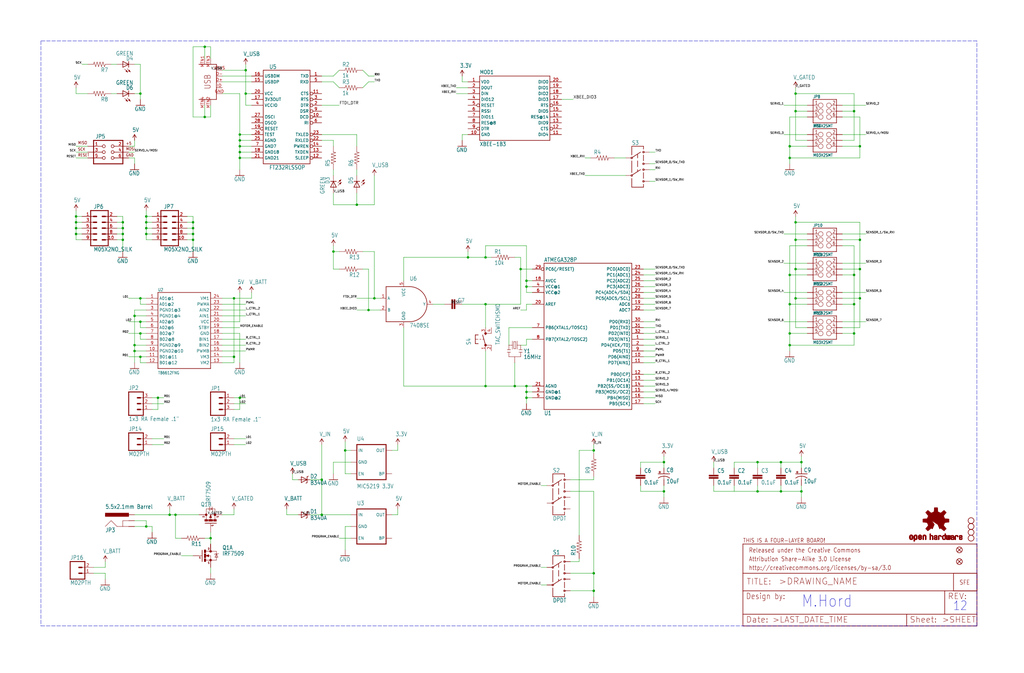
<source format=kicad_sch>
(kicad_sch (version 20211123) (generator eeschema)
  (paper "User" 444.627 292.227)
  (lib_symbols
    (symbol "eagleSchem-eagle-import:0.1UF-25V(+80{slash}-20%)(0603)"
      (property "Reference" "C" (at 1.524 2.921 0))
      (property "Value" "0.1UF-25V(+80{slash}-20%)(0603)" (at 1.524 -2.159 0))
      (symbol "0.1UF-25V(+80{slash}-20%)(0603)_1_0"
        (pin passive line (at 0 5.08 270) (length 2.54) (name "1") (number "1"))
        (pin passive line (at 0 -2.54 90) (length 2.54) (name "2") (number "2"))
      )
    )
    (symbol "eagleSchem-eagle-import:10KOHM1{slash}10W1%(0603)0603"
      (property "Reference" "R" (at -3.81 1.4986 0))
      (property "Value" "10KOHM1{slash}10W1%(0603)0603" (at -3.81 -3.302 0))
      (symbol "10KOHM1{slash}10W1%(0603)0603_1_0"
        (pin passive line (at -5.08 0 0) (length 2.54) (name "1") (number "1"))
        (pin passive line (at 5.08 0 180) (length 2.54) (name "2") (number "2"))
      )
    )
    (symbol "eagleSchem-eagle-import:10UF-16V-10%(TANT)"
      (property "Reference" "C" (at 1.016 0.635 0))
      (property "Value" "10UF-16V-10%(TANT)" (at 1.016 -4.191 0))
      (symbol "10UF-16V-10%(TANT)_1_0"
        (pin passive line (at 0 2.54 270) (length 2.54) (name "+") (number "A"))
        (pin passive line (at 0 -5.08 90) (length 2.54) (name "-") (number "C"))
      )
    )
    (symbol "eagleSchem-eagle-import:1K-1%"
      (property "Reference" "R" (at -3.81 1.4986 0))
      (property "Value" "1K-1%" (at -3.81 -3.302 0))
      (symbol "1K-1%_1_0"
        (pin passive line (at -5.08 0 0) (length 2.54) (name "1") (number "1"))
        (pin passive line (at 5.08 0 180) (length 2.54) (name "2") (number "2"))
      )
    )
    (symbol "eagleSchem-eagle-import:3.3V" (power)
      (property "Value" "3.3V" (at -1.016 3.556 0))
      (symbol "3.3V_1_0"
        (pin power_in line (at 0 0 90) (length 2.54) (name "3.3V") (number "1"))
      )
    )
    (symbol "eagleSchem-eagle-import:5V" (power)
      (property "Value" "5V" (at -1.016 3.556 0))
      (symbol "5V_1_0"
        (pin power_in line (at 0 0 90) (length 2.54) (name "5V") (number "1"))
      )
    )
    (symbol "eagleSchem-eagle-import:7408SE"
      (property "Reference" "U" (at 2.54 10.16 0))
      (property "Value" "7408SE" (at 2.54 -10.16 0))
      (symbol "7408SE_1_0"
        (pin bidirectional line (at -10.16 2.54 0) (length 2.54) (name "A") (number "1"))
        (pin bidirectional line (at -10.16 -2.54 0) (length 2.54) (name "B") (number "2"))
        (pin bidirectional line (at 0 -10.16 90) (length 2.54) (name "GND") (number "3"))
        (pin bidirectional line (at 12.7 0 180) (length 2.54) (name "Y") (number "4"))
        (pin bidirectional line (at 0 10.16 270) (length 2.54) (name "VCC") (number "5"))
      )
    )
    (symbol "eagleSchem-eagle-import:ATMEGA328_SMT"
      (property "Reference" "U" (at -17.78 -38.1 0))
      (property "Value" "ATMEGA328_SMT" (at -17.78 28.448 0))
      (symbol "ATMEGA328_SMT_1_0"
        (pin bidirectional line (at 25.4 -5.08 180) (length 5.08) (name "PD3(INT1)") (number "1"))
        (pin bidirectional line (at 25.4 -12.7 180) (length 5.08) (name "PD6(AIN0)") (number "10"))
        (pin bidirectional line (at 25.4 -15.24 180) (length 5.08) (name "PD7(AIN1)") (number "11"))
        (pin bidirectional line (at 25.4 -20.32 180) (length 5.08) (name "PB0(ICP)") (number "12"))
        (pin bidirectional line (at 25.4 -22.86 180) (length 5.08) (name "PB1(OC1A)") (number "13"))
        (pin bidirectional line (at 25.4 -25.4 180) (length 5.08) (name "PB2(SS/OC1B)") (number "14"))
        (pin bidirectional line (at 25.4 -27.94 180) (length 5.08) (name "PB3(MOSI/OC2)") (number "15"))
        (pin bidirectional line (at 25.4 -30.48 180) (length 5.08) (name "PB4(MISO)") (number "16"))
        (pin bidirectional line (at 25.4 -33.02 180) (length 5.08) (name "PB5(SCK)") (number "17"))
        (pin bidirectional line (at -22.86 20.32 0) (length 5.08) (name "AVCC") (number "18"))
        (pin bidirectional line (at 25.4 10.16 180) (length 5.08) (name "ADC6") (number "19"))
        (pin bidirectional line (at 25.4 -7.62 180) (length 5.08) (name "PD4(XCK/T0)") (number "2"))
        (pin bidirectional line (at -22.86 10.16 0) (length 5.08) (name "AREF") (number "20"))
        (pin bidirectional line (at -22.86 -25.4 0) (length 5.08) (name "AGND") (number "21"))
        (pin bidirectional line (at 25.4 7.62 180) (length 5.08) (name "ADC7") (number "22"))
        (pin bidirectional line (at 25.4 25.4 180) (length 5.08) (name "PC0(ADC0)") (number "23"))
        (pin bidirectional line (at 25.4 22.86 180) (length 5.08) (name "PC1(ADC1)") (number "24"))
        (pin bidirectional line (at 25.4 20.32 180) (length 5.08) (name "PC2(ADC2)") (number "25"))
        (pin bidirectional line (at 25.4 17.78 180) (length 5.08) (name "PC3(ADC3)") (number "26"))
        (pin bidirectional line (at 25.4 15.24 180) (length 5.08) (name "PC4(ADC4/SDA)") (number "27"))
        (pin bidirectional line (at 25.4 12.7 180) (length 5.08) (name "PC5(ADC5/SCL)") (number "28"))
        (pin bidirectional inverted (at -22.86 25.4 0) (length 5.08) (name "PC6(/RESET)") (number "29"))
        (pin bidirectional line (at -22.86 -27.94 0) (length 5.08) (name "GND@1") (number "3"))
        (pin bidirectional line (at 25.4 2.54 180) (length 5.08) (name "PD0(RXD)") (number "30"))
        (pin bidirectional line (at 25.4 0 180) (length 5.08) (name "PD1(TXD)") (number "31"))
        (pin bidirectional line (at 25.4 -2.54 180) (length 5.08) (name "PD2(INT0)") (number "32"))
        (pin bidirectional line (at -22.86 17.78 0) (length 5.08) (name "VCC@1") (number "4"))
        (pin bidirectional line (at -22.86 -30.48 0) (length 5.08) (name "GND@2") (number "5"))
        (pin bidirectional line (at -22.86 15.24 0) (length 5.08) (name "VCC@2") (number "6"))
        (pin bidirectional line (at -22.86 0 0) (length 5.08) (name "PB6(XTAL1/TOSC1)") (number "7"))
        (pin bidirectional line (at -22.86 -5.08 0) (length 5.08) (name "PB7(XTAL2/TOSC2)") (number "8"))
        (pin bidirectional line (at 25.4 -10.16 180) (length 5.08) (name "PD5(T1)") (number "9"))
      )
    )
    (symbol "eagleSchem-eagle-import:AVR_SPI_PRG_6PTH"
      (property "Reference" "J" (at -4.318 5.842 0))
      (property "Value" "AVR_SPI_PRG_6PTH" (at -4.064 -7.62 0))
      (symbol "AVR_SPI_PRG_6PTH_1_0"
        (text "+5" (at 8.89 3.048 0) (effects (font (size 1.27 1.0795)) (justify left bottom)))
        (text "GND" (at 8.89 -2.032 0) (effects (font (size 1.27 1.0795)) (justify left bottom)))
        (text "MISO" (at -11.938 3.302 0) (effects (font (size 1.27 1.0795)) (justify left bottom)))
        (text "MOSI" (at 8.89 0.635 0) (effects (font (size 1.27 1.0795)) (justify left bottom)))
        (text "RESET" (at -11.938 -2.032 0) (effects (font (size 1.27 1.0795)) (justify left bottom)))
        (text "SCK" (at -11.938 0.508 0) (effects (font (size 1.27 1.0795)) (justify left bottom)))
        (pin passive inverted (at -7.62 2.54 0) (length 7.62) (name "1") (number "1"))
        (pin passive inverted (at 10.16 2.54 180) (length 7.62) (name "2") (number "2"))
        (pin passive inverted (at -7.62 0 0) (length 7.62) (name "3") (number "3"))
        (pin passive inverted (at 10.16 0 180) (length 7.62) (name "4") (number "4"))
        (pin passive inverted (at -7.62 -2.54 0) (length 7.62) (name "5") (number "5"))
        (pin passive inverted (at 10.16 -2.54 180) (length 7.62) (name "6") (number "6"))
      )
    )
    (symbol "eagleSchem-eagle-import:B340A"
      (property "Reference" "D" (at 2.54 0.4826 0))
      (property "Value" "B340A" (at 2.54 -2.3114 0))
      (symbol "B340A_1_0"
        (pin passive line (at -2.54 0 0) (length 2.54) (name "A") (number "A"))
        (pin passive line (at 2.54 0 180) (length 2.54) (name "C") (number "C"))
      )
    )
    (symbol "eagleSchem-eagle-import:FIDUCIALUFIDUCIAL")
    (symbol "eagleSchem-eagle-import:FOUR_LAYER_WARNING"
      (symbol "FOUR_LAYER_WARNING_1_0"
        (text "THIS IS A FOUR-LAYER BOARD!" (at 0 0 0) (effects (font (size 1.778 1.5113)) (justify left bottom)))
      )
    )
    (symbol "eagleSchem-eagle-import:FRAME-LETTER"
      (symbol "FRAME-LETTER_2_0"
        (text ">DRAWING_NAME" (at 15.494 17.78 0) (effects (font (size 2.7432 2.7432)) (justify left bottom)))
        (text ">LAST_DATE_TIME" (at 12.7 1.27 0) (effects (font (size 2.54 2.54)) (justify left bottom)))
        (text ">SHEET" (at 86.36 1.27 0) (effects (font (size 2.54 2.54)) (justify left bottom)))
        (text "Attribution Share-Alike 3.0 License" (at 2.54 27.94 0) (effects (font (size 1.9304 1.6408)) (justify left bottom)))
        (text "Date:" (at 1.27 1.27 0) (effects (font (size 2.54 2.54)) (justify left bottom)))
        (text "Design by:" (at 1.27 11.43 0) (effects (font (size 2.54 2.159)) (justify left bottom)))
        (text "http://creativecommons.org/licenses/by-sa/3.0" (at 2.54 24.13 0) (effects (font (size 1.9304 1.6408)) (justify left bottom)))
        (text "Released under the Creative Commons" (at 2.54 31.75 0) (effects (font (size 1.9304 1.6408)) (justify left bottom)))
        (text "REV:" (at 88.9 11.43 0) (effects (font (size 2.54 2.54)) (justify left bottom)))
        (text "Sheet:" (at 72.39 1.27 0) (effects (font (size 2.54 2.54)) (justify left bottom)))
        (text "TITLE:" (at 1.524 17.78 0) (effects (font (size 2.54 2.54)) (justify left bottom)))
      )
    )
    (symbol "eagleSchem-eagle-import:FT232RLSSOP"
      (property "Reference" "U" (at -7.62 20.828 0))
      (property "Value" "FT232RLSSOP" (at -7.62 -22.86 0))
      (symbol "FT232RLSSOP_1_0"
        (pin output line (at 15.24 17.78 180) (length 5.08) (name "TXD") (number "1"))
        (pin input inverted (at 15.24 0 180) (length 5.08) (name "DCD") (number "10"))
        (pin input inverted (at 15.24 10.16 180) (length 5.08) (name "CTS") (number "11"))
        (pin input inverted (at 15.24 -17.78 180) (length 5.08) (name "SLEEP") (number "12"))
        (pin input line (at 15.24 -15.24 180) (length 5.08) (name "TXDEN") (number "13"))
        (pin input inverted (at 15.24 -12.7 180) (length 5.08) (name "PWREN") (number "14"))
        (pin bidirectional line (at -15.24 15.24 0) (length 5.08) (name "USBDP") (number "15"))
        (pin bidirectional line (at -15.24 17.78 0) (length 5.08) (name "USBDM") (number "16"))
        (pin output line (at -15.24 7.62 0) (length 5.08) (name "3V3OUT") (number "17"))
        (pin power_in line (at -15.24 -15.24 0) (length 5.08) (name "GND18") (number "18"))
        (pin input inverted (at -15.24 -5.08 0) (length 5.08) (name "RESET") (number "19"))
        (pin output inverted (at 15.24 5.08 180) (length 5.08) (name "DTR") (number "2"))
        (pin power_in line (at -15.24 10.16 0) (length 5.08) (name "VCC") (number "20"))
        (pin power_in line (at -15.24 -17.78 0) (length 5.08) (name "GND21") (number "21"))
        (pin input inverted (at 15.24 -10.16 180) (length 5.08) (name "RXLED") (number "22"))
        (pin input inverted (at 15.24 -7.62 180) (length 5.08) (name "TXLED") (number "23"))
        (pin power_in line (at -15.24 -10.16 0) (length 5.08) (name "AGND") (number "25"))
        (pin input line (at -15.24 -7.62 0) (length 5.08) (name "TEST") (number "26"))
        (pin input line (at -15.24 0 0) (length 5.08) (name "OSCI") (number "27"))
        (pin output line (at -15.24 -2.54 0) (length 5.08) (name "OSCO") (number "28"))
        (pin output inverted (at 15.24 7.62 180) (length 5.08) (name "RTS") (number "3"))
        (pin power_in line (at -15.24 5.08 0) (length 5.08) (name "VCCIO") (number "4"))
        (pin input line (at 15.24 15.24 180) (length 5.08) (name "RXD") (number "5"))
        (pin input inverted (at 15.24 -2.54 180) (length 5.08) (name "RI") (number "6"))
        (pin power_in line (at -15.24 -12.7 0) (length 5.08) (name "GND7") (number "7"))
        (pin input inverted (at 15.24 2.54 180) (length 5.08) (name "DSR") (number "9"))
      )
    )
    (symbol "eagleSchem-eagle-import:GND" (power)
      (property "Value" "GND" (at -2.54 -2.54 0))
      (symbol "GND_1_0"
        (pin power_in line (at 0 2.54 270) (length 2.54) (name "GND") (number "1"))
      )
    )
    (symbol "eagleSchem-eagle-import:IRF7509"
      (property "Reference" "Q" (at 5.08 2.54 0))
      (property "Value" "IRF7509" (at 5.08 0 0))
      (symbol "IRF7509_1_0"
        (text "D" (at -1.27 2.54 0) (effects (font (size 0.8128 0.6908)) (justify left bottom)))
        (text "G" (at -5.08 -1.27 0) (effects (font (size 0.8128 0.6908)) (justify left bottom)))
        (text "S" (at -1.27 -3.556 0) (effects (font (size 0.8128 0.6908)) (justify left bottom)))
        (pin passive line (at 0 -5.08 90) (length 2.54) (name "S") (number "1"))
        (pin passive line (at -7.62 0 0) (length 2.54) (name "G") (number "2"))
        (pin passive line (at 0 5.08 270) (length 2.54) (name "D") (number "7"))
        (pin passive line (at 0 5.08 270) (length 2.54) (name "D") (number "8"))
      )
      (symbol "IRF7509_2_0"
        (text "D" (at -1.27 2.54 0) (effects (font (size 0.8128 0.6908)) (justify left bottom)))
        (text "G" (at -5.08 -1.27 0) (effects (font (size 0.8128 0.6908)) (justify left bottom)))
        (text "S" (at -1.27 -3.556 0) (effects (font (size 0.8128 0.6908)) (justify left bottom)))
        (pin passive line (at 0 -5.08 90) (length 2.54) (name "S") (number "3"))
        (pin passive line (at -7.62 0 0) (length 2.54) (name "G") (number "4"))
        (pin passive line (at 0 5.08 270) (length 2.54) (name "D") (number "5"))
        (pin passive line (at 0 5.08 270) (length 2.54) (name "D") (number "6"))
      )
    )
    (symbol "eagleSchem-eagle-import:LED-GREEN0603"
      (property "Reference" "D" (at 3.556 -4.572 90))
      (property "Value" "LED-GREEN0603" (at 5.715 -4.572 90))
      (symbol "LED-GREEN0603_1_0"
        (pin passive line (at 0 2.54 270) (length 2.54) (name "A") (number "A"))
        (pin passive line (at 0 -5.08 90) (length 2.54) (name "C") (number "C"))
      )
    )
    (symbol "eagleSchem-eagle-import:LOGO-SFENEW"
      (symbol "LOGO-SFENEW_1_0"
        (text "SFE" (at 0 0 0) (effects (font (size 1.9304 1.6408)) (justify left bottom)))
      )
    )
    (symbol "eagleSchem-eagle-import:M02PTH"
      (property "Reference" "JP" (at -2.54 5.842 0))
      (property "Value" "M02PTH" (at -2.54 -5.08 0))
      (symbol "M02PTH_1_0"
        (pin passive line (at 7.62 0 180) (length 5.08) (name "1") (number "1"))
        (pin passive line (at 7.62 2.54 180) (length 5.08) (name "2") (number "2"))
      )
    )
    (symbol "eagleSchem-eagle-import:M03SMD_RA_FEMALE"
      (property "Reference" "JP" (at -2.54 5.842 0))
      (property "Value" "M03SMD_RA_FEMALE" (at -2.54 -7.62 0))
      (symbol "M03SMD_RA_FEMALE_1_0"
        (pin passive line (at 7.62 -2.54 180) (length 5.08) (name "1") (number "1"))
        (pin passive line (at 7.62 0 180) (length 5.08) (name "2") (number "2"))
        (pin passive line (at 7.62 2.54 180) (length 5.08) (name "3") (number "3"))
      )
    )
    (symbol "eagleSchem-eagle-import:M03X2SMT"
      (property "Reference" "JP" (at -5.08 5.588 0))
      (property "Value" "M03X2SMT" (at -5.08 -7.112 0))
      (symbol "M03X2SMT_1_0"
        (text "1" (at -4.318 2.794 0) (effects (font (size 1.4224 1.209)) (justify left bottom)))
        (text "2" (at 3.302 2.794 0) (effects (font (size 1.4224 1.209)) (justify left bottom)))
        (text "3" (at -4.318 0.254 0) (effects (font (size 1.4224 1.209)) (justify left bottom)))
        (text "4" (at 3.302 0.254 0) (effects (font (size 1.4224 1.209)) (justify left bottom)))
        (text "5" (at -4.318 -2.286 0) (effects (font (size 1.4224 1.209)) (justify left bottom)))
        (text "6" (at 3.302 -2.286 0) (effects (font (size 1.4224 1.209)) (justify left bottom)))
        (pin bidirectional line (at -7.62 2.54 0) (length 2.54) (name "1") (number "1"))
        (pin bidirectional line (at 7.62 2.54 180) (length 2.54) (name "2") (number "2"))
        (pin bidirectional line (at -7.62 0 0) (length 2.54) (name "3") (number "3"))
        (pin bidirectional line (at 7.62 0 180) (length 2.54) (name "4") (number "4"))
        (pin bidirectional line (at -7.62 -2.54 0) (length 2.54) (name "5") (number "5"))
        (pin bidirectional line (at 7.62 -2.54 180) (length 2.54) (name "6") (number "6"))
      )
    )
    (symbol "eagleSchem-eagle-import:M05X2NO_SILK"
      (property "Reference" "JP" (at -2.54 8.382 0))
      (property "Value" "M05X2NO_SILK" (at -2.54 -10.16 0))
      (symbol "M05X2NO_SILK_1_0"
        (pin passive line (at -7.62 5.08 0) (length 5.08) (name "1") (number "1"))
        (pin passive line (at 7.62 -5.08 180) (length 5.08) (name "10") (number "10"))
        (pin passive line (at 7.62 5.08 180) (length 5.08) (name "2") (number "2"))
        (pin passive line (at -7.62 2.54 0) (length 5.08) (name "3") (number "3"))
        (pin passive line (at 7.62 2.54 180) (length 5.08) (name "4") (number "4"))
        (pin passive line (at -7.62 0 0) (length 5.08) (name "5") (number "5"))
        (pin passive line (at 7.62 0 180) (length 5.08) (name "6") (number "6"))
        (pin passive line (at -7.62 -2.54 0) (length 5.08) (name "7") (number "7"))
        (pin passive line (at 7.62 -2.54 180) (length 5.08) (name "8") (number "8"))
        (pin passive line (at -7.62 -5.08 0) (length 5.08) (name "9") (number "9"))
      )
    )
    (symbol "eagleSchem-eagle-import:OSHW-LOGOS")
    (symbol "eagleSchem-eagle-import:POWER_JACKSMD"
      (property "Reference" "J" (at -10.16 0 0))
      (property "Value" "POWER_JACKSMD" (at -10.16 10.16 0))
      (symbol "POWER_JACKSMD_1_0"
        (pin bidirectional line (at 2.54 5.08 180) (length 2.54) (name "GNDBREAK") (number "GND"))
        (pin bidirectional line (at 2.54 2.54 180) (length 2.54) (name "GND") (number "P$4"))
        (pin bidirectional line (at 2.54 7.62 180) (length 2.54) (name "PWR") (number "VIN0"))
      )
    )
    (symbol "eagleSchem-eagle-import:RESONATOR16MHZ"
      (property "Reference" "Y" (at 2.54 1.016 0))
      (property "Value" "RESONATOR16MHZ" (at 2.54 -7.62 0))
      (symbol "RESONATOR16MHZ_1_0"
        (pin passive line (at -2.54 0 0) (length 0) (name "1") (number "1"))
        (pin passive line (at 0 -7.62 90) (length 0) (name "2") (number "2"))
        (pin passive line (at 2.54 0 180) (length 0) (name "3") (number "3"))
      )
    )
    (symbol "eagleSchem-eagle-import:STAND-OFF")
    (symbol "eagleSchem-eagle-import:SWITCH-DPDTAYZ0202"
      (property "Reference" "S" (at -2.54 8.128 0))
      (property "Value" "SWITCH-DPDTAYZ0202" (at -2.54 -12.7 0))
      (symbol "SWITCH-DPDTAYZ0202_1_0"
        (pin bidirectional line (at 5.08 5.08 180) (length 2.54) (name "1") (number "1"))
        (pin bidirectional line (at -5.08 2.54 0) (length 2.54) (name "2") (number "2"))
        (pin bidirectional line (at 5.08 0 180) (length 2.54) (name "3") (number "3"))
        (pin bidirectional line (at 5.08 -2.54 180) (length 2.54) (name "4") (number "4"))
        (pin bidirectional line (at -5.08 -5.08 0) (length 2.54) (name "5") (number "5"))
        (pin bidirectional line (at 5.08 -7.62 180) (length 2.54) (name "6") (number "6"))
      )
    )
    (symbol "eagleSchem-eagle-import:TAC_SWITCHSMD"
      (property "Reference" "S" (at -2.54 6.35 0))
      (property "Value" "TAC_SWITCHSMD" (at -2.54 -6.35 0))
      (symbol "TAC_SWITCHSMD_1_0"
        (pin passive line (at -5.08 0 0) (length 2.54) (name "1") (number "1"))
        (pin passive line (at -5.08 -2.54 0) (length 2.54) (name "2") (number "2"))
        (pin passive line (at 5.08 0 180) (length 2.54) (name "3") (number "3"))
        (pin passive line (at 5.08 -2.54 180) (length 2.54) (name "4") (number "4"))
      )
    )
    (symbol "eagleSchem-eagle-import:TB6621FNG"
      (property "Reference" "U" (at -12.7 15.748 0))
      (property "Value" "TB6621FNG" (at -12.7 -20.32 0))
      (symbol "TB6621FNG_1_0"
        (pin bidirectional line (at -17.78 12.7 0) (length 5.08) (name "A01@1") (number "1"))
        (pin bidirectional line (at -17.78 -10.16 0) (length 5.08) (name "PGND2@10") (number "10"))
        (pin bidirectional line (at -17.78 -12.7 0) (length 5.08) (name "B01@11") (number "11"))
        (pin bidirectional line (at -17.78 -15.24 0) (length 5.08) (name "B01@12") (number "12"))
        (pin bidirectional line (at 15.24 -15.24 180) (length 5.08) (name "VM2") (number "13"))
        (pin bidirectional line (at 15.24 -12.7 180) (length 5.08) (name "VM3") (number "14"))
        (pin bidirectional line (at 15.24 -10.16 180) (length 5.08) (name "PWMB") (number "15"))
        (pin bidirectional line (at 15.24 -7.62 180) (length 5.08) (name "BIN2") (number "16"))
        (pin bidirectional line (at 15.24 -5.08 180) (length 5.08) (name "BIN1") (number "17"))
        (pin bidirectional line (at 15.24 -2.54 180) (length 5.08) (name "GND") (number "18"))
        (pin bidirectional line (at 15.24 0 180) (length 5.08) (name "STBY") (number "19"))
        (pin bidirectional line (at -17.78 10.16 0) (length 5.08) (name "A01@2") (number "2"))
        (pin bidirectional line (at 15.24 2.54 180) (length 5.08) (name "VCC") (number "20"))
        (pin bidirectional line (at 15.24 5.08 180) (length 5.08) (name "AIN1") (number "21"))
        (pin bidirectional line (at 15.24 7.62 180) (length 5.08) (name "AIN2") (number "22"))
        (pin bidirectional line (at 15.24 10.16 180) (length 5.08) (name "PWMA") (number "23"))
        (pin bidirectional line (at 15.24 12.7 180) (length 5.08) (name "VM1") (number "24"))
        (pin bidirectional line (at -17.78 7.62 0) (length 5.08) (name "PGND1@3") (number "3"))
        (pin bidirectional line (at -17.78 5.08 0) (length 5.08) (name "PGND1@4") (number "4"))
        (pin bidirectional line (at -17.78 2.54 0) (length 5.08) (name "A02@5") (number "5"))
        (pin bidirectional line (at -17.78 0 0) (length 5.08) (name "A02@6") (number "6"))
        (pin bidirectional line (at -17.78 -2.54 0) (length 5.08) (name "B02@7") (number "7"))
        (pin bidirectional line (at -17.78 -5.08 0) (length 5.08) (name "B02@8") (number "8"))
        (pin bidirectional line (at -17.78 -7.62 0) (length 5.08) (name "PGND2@9") (number "9"))
      )
    )
    (symbol "eagleSchem-eagle-import:USB-MINIB-5PIN"
      (symbol "USB-MINIB-5PIN_1_0"
        (text "USB" (at 5.334 1.778 900) (effects (font (size 2.54 2.159)) (justify left bottom)))
        (pin bidirectional line (at -2.54 5.08 0) (length 2.54) (name "D+") (number "D+"))
        (pin bidirectional line (at -2.54 7.62 0) (length 2.54) (name "D-") (number "D-"))
        (pin bidirectional line (at -2.54 0 0) (length 2.54) (name "GND") (number "GND"))
        (pin bidirectional line (at -2.54 2.54 0) (length 2.54) (name "ID") (number "ID"))
        (pin bidirectional line (at 5.08 15.24 270) (length 2.54) (name "MTN2") (number "MTN1"))
        (pin bidirectional line (at 2.54 -5.08 90) (length 2.54) (name "MTN3") (number "MTN2"))
        (pin bidirectional line (at 2.54 15.24 270) (length 2.54) (name "MTN1") (number "MTN3"))
        (pin bidirectional line (at 5.08 -5.08 90) (length 2.54) (name "MTN4") (number "MTN4"))
        (pin bidirectional line (at -2.54 10.16 0) (length 2.54) (name "VBUS") (number "VBUS"))
      )
    )
    (symbol "eagleSchem-eagle-import:V_BATT" (power)
      (property "Value" "V_BATT" (at -1.016 3.556 0))
      (symbol "V_BATT_1_0"
        (pin power_in line (at 0 0 90) (length 2.54) (name "V_BATT") (number "1"))
      )
    )
    (symbol "eagleSchem-eagle-import:V_REG_MIC52193.3V"
      (property "Reference" "U" (at -7.62 9.144 0))
      (property "Value" "V_REG_MIC52193.3V" (at -7.62 -11.43 0))
      (symbol "V_REG_MIC52193.3V_1_0"
        (pin input line (at -10.16 5.08 0) (length 2.54) (name "IN") (number "1"))
        (pin input line (at -10.16 0 0) (length 2.54) (name "GND") (number "2"))
        (pin input line (at -10.16 -5.08 0) (length 2.54) (name "EN") (number "3"))
        (pin input line (at 7.62 -5.08 180) (length 2.54) (name "BP") (number "4"))
        (pin passive line (at 7.62 5.08 180) (length 2.54) (name "OUT") (number "5"))
      )
    )
    (symbol "eagleSchem-eagle-import:V_REG_MIC52195V"
      (property "Reference" "U" (at -7.62 9.144 0))
      (property "Value" "V_REG_MIC52195V" (at -7.62 -11.43 0))
      (symbol "V_REG_MIC52195V_1_0"
        (pin input line (at -10.16 5.08 0) (length 2.54) (name "IN") (number "1"))
        (pin input line (at -10.16 0 0) (length 2.54) (name "GND") (number "2"))
        (pin input line (at -10.16 -5.08 0) (length 2.54) (name "EN") (number "3"))
        (pin input line (at 7.62 -5.08 180) (length 2.54) (name "BP") (number "4"))
        (pin passive line (at 7.62 5.08 180) (length 2.54) (name "OUT") (number "5"))
      )
    )
    (symbol "eagleSchem-eagle-import:XBEE-1B3"
      (property "Value" "XBEE-1B3" (at -15.24 -17.78 0))
      (symbol "XBEE-1B3_1_0"
        (pin power_in line (at -20.32 10.16 0) (length 5.08) (name "VDD") (number "1"))
        (pin power_in line (at -20.32 -12.7 0) (length 5.08) (name "GND") (number "10"))
        (pin bidirectional line (at 20.32 -12.7 180) (length 5.08) (name "DIO4") (number "11"))
        (pin output inverted (at 20.32 -10.16 180) (length 5.08) (name "CTS") (number "12"))
        (pin bidirectional line (at 20.32 -7.62 180) (length 5.08) (name "DIO9") (number "13"))
        (pin bidirectional line (at 20.32 -5.08 180) (length 5.08) (name "RES@14") (number "14"))
        (pin bidirectional line (at 20.32 -2.54 180) (length 5.08) (name "DIO5") (number "15"))
        (pin input inverted (at 20.32 0 180) (length 5.08) (name "RTS") (number "16"))
        (pin bidirectional line (at 20.32 2.54 180) (length 5.08) (name "DIO3") (number "17"))
        (pin bidirectional line (at 20.32 5.08 180) (length 5.08) (name "DIO2") (number "18"))
        (pin bidirectional line (at 20.32 7.62 180) (length 5.08) (name "DIO1") (number "19"))
        (pin output line (at -20.32 7.62 0) (length 5.08) (name "DOUT") (number "2"))
        (pin bidirectional line (at 20.32 10.16 180) (length 5.08) (name "DIO0") (number "20"))
        (pin input line (at -20.32 5.08 0) (length 5.08) (name "DIN") (number "3"))
        (pin bidirectional line (at -20.32 2.54 0) (length 5.08) (name "DIO12") (number "4"))
        (pin input inverted (at -20.32 0 0) (length 5.08) (name "RESET") (number "5"))
        (pin bidirectional line (at -20.32 -2.54 0) (length 5.08) (name "RSSI") (number "6"))
        (pin bidirectional line (at -20.32 -5.08 0) (length 5.08) (name "DIO11") (number "7"))
        (pin bidirectional line (at -20.32 -7.62 0) (length 5.08) (name "RES@8") (number "8"))
        (pin bidirectional inverted (at -20.32 -10.16 0) (length 5.08) (name "DTR") (number "9"))
      )
    )
  )
  (junction (at 60.96 139.7))
  (junction (at 339.09 213.36))
  (junction (at 370.84 48.26))
  (junction (at 223.52 167.64))
  (junction (at 328.93 200.66))
  (junction (at 345.44 40.64))
  (junction (at 104.14 63.5))
  (junction (at 60.96 154.94))
  (junction (at 373.38 104.14))
  (junction (at 370.84 144.78))
  (junction (at 342.9 68.58))
  (junction (at 345.44 104.14))
  (junction (at 228.6 167.64))
  (junction (at 104.14 68.58))
  (junction (at 83.82 104.14))
  (junction (at 53.34 96.52))
  (junction (at 345.44 129.54))
  (junction (at 63.5 99.06))
  (junction (at 91.44 233.68))
  (junction (at 373.38 129.54))
  (junction (at 342.9 63.5))
  (junction (at 288.29 213.36))
  (junction (at 373.38 116.84))
  (junction (at 63.5 101.6))
  (junction (at 342.9 144.78))
  (junction (at 33.02 99.06))
  (junction (at 345.44 48.26))
  (junction (at 228.6 121.92))
  (junction (at 347.98 213.36))
  (junction (at 342.9 149.86))
  (junction (at 154.94 88.9))
  (junction (at 328.93 213.36))
  (junction (at 53.34 99.06))
  (junction (at 228.6 124.46))
  (junction (at 63.5 96.52))
  (junction (at 226.06 116.84))
  (junction (at 83.82 96.52))
  (junction (at 257.81 195.58))
  (junction (at 53.34 101.6))
  (junction (at 58.42 152.4))
  (junction (at 342.9 132.08))
  (junction (at 63.5 93.98))
  (junction (at 76.2 223.52))
  (junction (at 339.09 200.66))
  (junction (at 68.58 172.72))
  (junction (at 88.9 20.32))
  (junction (at 101.6 154.94))
  (junction (at 370.84 119.38))
  (junction (at 210.82 167.64))
  (junction (at 33.02 96.52))
  (junction (at 149.86 195.58))
  (junction (at 104.14 66.04))
  (junction (at 53.34 104.14))
  (junction (at 257.81 256.54))
  (junction (at 73.66 223.52))
  (junction (at 342.9 119.38))
  (junction (at 106.68 30.48))
  (junction (at 370.84 132.08))
  (junction (at 288.29 200.66))
  (junction (at 106.68 40.64))
  (junction (at 139.7 208.28))
  (junction (at 345.44 116.84))
  (junction (at 104.14 58.42))
  (junction (at 60.96 129.54))
  (junction (at 210.82 132.08))
  (junction (at 83.82 101.6))
  (junction (at 104.14 172.72))
  (junction (at 203.2 111.76))
  (junction (at 347.98 200.66))
  (junction (at 162.56 129.54))
  (junction (at 83.82 99.06))
  (junction (at 373.38 63.5))
  (junction (at 210.82 111.76))
  (junction (at 160.02 134.62))
  (junction (at 228.6 172.72))
  (junction (at 60.96 144.78))
  (junction (at 144.78 109.22))
  (junction (at 257.81 248.92))
  (junction (at 88.9 50.8))
  (junction (at 101.6 129.54))
  (junction (at 58.42 137.16))
  (junction (at 228.6 170.18))
  (junction (at 33.02 101.6))
  (junction (at 104.14 60.96))
  (junction (at 345.44 96.52))
  (junction (at 139.7 223.52))
  (junction (at 63.5 228.6))
  (junction (at 58.42 149.86))
  (junction (at 33.02 93.98))
  (junction (at 60.96 40.64))
  (wire (pts (xy 350.52 58.42) (xy 340.36 58.42)))
  (wire (pts (xy 347.98 213.36) (xy 339.09 213.36)))
  (wire (pts (xy 157.48 116.84) (xy 160.02 116.84)))
  (wire (pts (xy 58.42 157.48) (xy 58.42 152.4)))
  (wire (pts (xy 109.22 63.5) (xy 104.14 63.5)))
  (wire (pts (xy 83.82 96.52) (xy 83.82 99.06)))
  (wire (pts (xy 55.88 68.58) (xy 58.42 68.58)))
  (wire (pts (xy 35.56 96.52) (xy 33.02 96.52)))
  (wire (pts (xy 58.42 137.16) (xy 58.42 134.62)))
  (wire (pts (xy 60.96 144.78) (xy 55.88 144.78)))
  (wire (pts (xy 281.94 66.04) (xy 284.48 66.04)))
  (wire (pts (xy 101.6 175.26) (xy 106.68 175.26)))
  (wire (pts (xy 60.96 154.94) (xy 60.96 157.48)))
  (wire (pts (xy 228.6 121.92) (xy 228.6 124.46)))
  (wire (pts (xy 101.6 157.48) (xy 101.6 154.94)))
  (wire (pts (xy 88.9 45.72) (xy 88.9 50.8)))
  (wire (pts (xy 328.93 203.2) (xy 328.93 200.66)))
  (wire (pts (xy 228.6 132.08) (xy 228.6 134.62)))
  (wire (pts (xy 96.52 144.78) (xy 104.14 144.78)))
  (wire (pts (xy 247.65 248.92) (xy 257.81 248.92)))
  (wire (pts (xy 279.4 172.72) (xy 284.48 172.72)))
  (wire (pts (xy 223.52 157.48) (xy 223.52 167.64)))
  (wire (pts (xy 279.4 134.62) (xy 284.48 134.62)))
  (wire (pts (xy 149.86 191.77) (xy 149.86 195.58)))
  (wire (pts (xy 279.4 142.24) (xy 284.48 142.24)))
  (wire (pts (xy 279.4 157.48) (xy 284.48 157.48)))
  (wire (pts (xy 279.4 116.84) (xy 284.48 116.84)))
  (wire (pts (xy 88.9 233.68) (xy 91.44 233.68)))
  (wire (pts (xy 350.52 116.84) (xy 345.44 116.84)))
  (wire (pts (xy 144.78 109.22) (xy 144.78 116.84)))
  (wire (pts (xy 288.29 203.2) (xy 288.29 200.66)))
  (wire (pts (xy 350.52 104.14) (xy 345.44 104.14)))
  (wire (pts (xy 63.5 139.7) (xy 60.96 139.7)))
  (wire (pts (xy 318.77 203.2) (xy 318.77 200.66)))
  (wire (pts (xy 210.82 106.68) (xy 228.6 106.68)))
  (polyline (pts (xy 17.78 271.78) (xy 424.18 271.78)))
  (wire (pts (xy 63.5 154.94) (xy 60.96 154.94)))
  (wire (pts (xy 175.26 111.76) (xy 175.26 121.92)))
  (wire (pts (xy 91.44 248.92) (xy 91.44 246.38)))
  (wire (pts (xy 350.52 139.7) (xy 340.36 139.7)))
  (wire (pts (xy 370.84 149.86) (xy 370.84 144.78)))
  (wire (pts (xy 370.84 106.68) (xy 365.76 106.68)))
  (wire (pts (xy 60.96 154.94) (xy 55.88 154.94)))
  (wire (pts (xy 279.4 121.92) (xy 284.48 121.92)))
  (wire (pts (xy 53.34 93.98) (xy 53.34 96.52)))
  (wire (pts (xy 144.78 63.5) (xy 144.78 60.96)))
  (wire (pts (xy 373.38 129.54) (xy 373.38 142.24)))
  (wire (pts (xy 60.96 40.64) (xy 60.96 43.18)))
  (wire (pts (xy 154.94 88.9) (xy 162.56 88.9)))
  (wire (pts (xy 96.52 40.64) (xy 104.14 40.64)))
  (wire (pts (xy 228.6 170.18) (xy 231.14 170.18)))
  (wire (pts (xy 53.34 101.6) (xy 53.34 104.14)))
  (wire (pts (xy 228.6 170.18) (xy 228.6 167.64)))
  (wire (pts (xy 228.6 124.46) (xy 228.6 127)))
  (wire (pts (xy 63.5 99.06) (xy 63.5 101.6)))
  (wire (pts (xy 370.84 132.08) (xy 370.84 119.38)))
  (wire (pts (xy 139.7 35.56) (xy 144.78 35.56)))
  (wire (pts (xy 91.44 233.68) (xy 91.44 236.22)))
  (wire (pts (xy 38.1 27.94) (xy 35.56 27.94)))
  (wire (pts (xy 83.82 20.32) (xy 83.82 50.8)))
  (wire (pts (xy 342.9 106.68) (xy 350.52 106.68)))
  (wire (pts (xy 48.26 40.64) (xy 50.8 40.64)))
  (wire (pts (xy 347.98 200.66) (xy 347.98 198.12)))
  (wire (pts (xy 104.14 58.42) (xy 104.14 60.96)))
  (wire (pts (xy 365.76 132.08) (xy 370.84 132.08)))
  (wire (pts (xy 63.5 104.14) (xy 66.04 104.14)))
  (wire (pts (xy 68.58 172.72) (xy 71.12 172.72)))
  (wire (pts (xy 81.28 104.14) (xy 83.82 104.14)))
  (wire (pts (xy 347.98 213.36) (xy 347.98 210.82)))
  (wire (pts (xy 347.98 203.2) (xy 347.98 200.66)))
  (wire (pts (xy 134.62 208.28) (xy 139.7 208.28)))
  (wire (pts (xy 228.6 124.46) (xy 231.14 124.46)))
  (wire (pts (xy 76.2 233.68) (xy 76.2 223.52)))
  (wire (pts (xy 53.34 96.52) (xy 53.34 99.06)))
  (wire (pts (xy 38.1 63.5) (xy 33.02 63.5)))
  (wire (pts (xy 162.56 109.22) (xy 162.56 129.54)))
  (wire (pts (xy 83.82 50.8) (xy 88.9 50.8)))
  (wire (pts (xy 160.02 134.62) (xy 154.94 134.62)))
  (wire (pts (xy 226.06 149.86) (xy 228.6 149.86)))
  (wire (pts (xy 96.52 223.52) (xy 101.6 223.52)))
  (wire (pts (xy 106.68 45.72) (xy 109.22 45.72)))
  (wire (pts (xy 223.52 167.64) (xy 228.6 167.64)))
  (wire (pts (xy 73.66 220.98) (xy 73.66 223.52)))
  (wire (pts (xy 63.5 149.86) (xy 58.42 149.86)))
  (wire (pts (xy 257.81 193.04) (xy 257.81 195.58)))
  (wire (pts (xy 60.96 129.54) (xy 55.88 129.54)))
  (wire (pts (xy 370.84 119.38) (xy 370.84 106.68)))
  (wire (pts (xy 256.54 68.58) (xy 254 68.58)))
  (wire (pts (xy 345.44 93.98) (xy 345.44 96.52)))
  (wire (pts (xy 373.38 68.58) (xy 373.38 63.5)))
  (wire (pts (xy 200.66 58.42) (xy 203.2 58.42)))
  (wire (pts (xy 35.56 104.14) (xy 33.02 104.14)))
  (wire (pts (xy 228.6 127) (xy 231.14 127)))
  (wire (pts (xy 96.52 157.48) (xy 101.6 157.48)))
  (wire (pts (xy 257.81 195.58) (xy 257.81 196.85)))
  (wire (pts (xy 210.82 167.64) (xy 223.52 167.64)))
  (wire (pts (xy 96.52 149.86) (xy 106.68 149.86)))
  (wire (pts (xy 228.6 149.86) (xy 228.6 147.32)))
  (wire (pts (xy 200.66 60.96) (xy 200.66 58.42)))
  (wire (pts (xy 342.9 68.58) (xy 373.38 68.58)))
  (wire (pts (xy 373.38 63.5) (xy 373.38 50.8)))
  (wire (pts (xy 63.5 129.54) (xy 60.96 129.54)))
  (wire (pts (xy 38.1 66.04) (xy 33.02 66.04)))
  (wire (pts (xy 96.52 134.62) (xy 106.68 134.62)))
  (wire (pts (xy 350.52 101.6) (xy 340.36 101.6)))
  (wire (pts (xy 200.66 33.02) (xy 200.66 35.56)))
  (wire (pts (xy 251.46 195.58) (xy 257.81 195.58)))
  (wire (pts (xy 63.5 142.24) (xy 60.96 142.24)))
  (wire (pts (xy 129.54 223.52) (xy 124.46 223.52)))
  (wire (pts (xy 58.42 152.4) (xy 58.42 149.86)))
  (wire (pts (xy 271.78 76.2) (xy 254 76.2)))
  (wire (pts (xy 40.64 246.38) (xy 45.72 246.38)))
  (wire (pts (xy 127 208.28) (xy 129.54 208.28)))
  (wire (pts (xy 170.18 195.58) (xy 172.72 195.58)))
  (wire (pts (xy 339.09 210.82) (xy 339.09 213.36)))
  (wire (pts (xy 373.38 63.5) (xy 365.76 63.5)))
  (wire (pts (xy 279.4 127) (xy 284.48 127)))
  (wire (pts (xy 231.14 132.08) (xy 228.6 132.08)))
  (wire (pts (xy 58.42 63.5) (xy 58.42 60.96)))
  (wire (pts (xy 279.4 129.54) (xy 284.48 129.54)))
  (wire (pts (xy 339.09 213.36) (xy 328.93 213.36)))
  (wire (pts (xy 33.02 96.52) (xy 33.02 93.98)))
  (wire (pts (xy 144.78 83.82) (xy 144.78 88.9)))
  (wire (pts (xy 370.84 60.96) (xy 365.76 60.96)))
  (wire (pts (xy 152.4 233.68) (xy 147.32 233.68)))
  (wire (pts (xy 152.4 205.74) (xy 149.86 205.74)))
  (wire (pts (xy 33.02 40.64) (xy 33.02 38.1)))
  (wire (pts (xy 278.13 210.82) (xy 278.13 213.36)))
  (wire (pts (xy 160.02 134.62) (xy 165.1 134.62)))
  (wire (pts (xy 318.77 210.82) (xy 318.77 213.36)))
  (wire (pts (xy 365.76 119.38) (xy 370.84 119.38)))
  (wire (pts (xy 109.22 35.56) (xy 96.52 35.56)))
  (wire (pts (xy 281.94 78.74) (xy 284.48 78.74)))
  (wire (pts (xy 149.86 238.76) (xy 149.86 228.6)))
  (wire (pts (xy 350.52 114.3) (xy 340.36 114.3)))
  (wire (pts (xy 350.52 45.72) (xy 340.36 45.72)))
  (wire (pts (xy 96.52 33.02) (xy 109.22 33.02)))
  (wire (pts (xy 144.78 60.96) (xy 139.7 60.96)))
  (wire (pts (xy 63.5 91.44) (xy 63.5 93.98)))
  (wire (pts (xy 203.2 38.1) (xy 198.12 38.1)))
  (wire (pts (xy 279.4 124.46) (xy 284.48 124.46)))
  (wire (pts (xy 365.76 58.42) (xy 375.92 58.42)))
  (wire (pts (xy 104.14 172.72) (xy 104.14 177.8)))
  (wire (pts (xy 144.78 106.68) (xy 144.78 109.22)))
  (wire (pts (xy 279.4 119.38) (xy 284.48 119.38)))
  (wire (pts (xy 96.52 129.54) (xy 101.6 129.54)))
  (wire (pts (xy 144.78 73.66) (xy 144.78 76.2)))
  (wire (pts (xy 342.9 132.08) (xy 350.52 132.08)))
  (wire (pts (xy 220.98 142.24) (xy 231.14 142.24)))
  (wire (pts (xy 345.44 48.26) (xy 350.52 48.26)))
  (wire (pts (xy 279.4 147.32) (xy 284.48 147.32)))
  (wire (pts (xy 342.9 144.78) (xy 342.9 132.08)))
  (wire (pts (xy 66.04 231.14) (xy 66.04 228.6)))
  (wire (pts (xy 50.8 96.52) (xy 53.34 96.52)))
  (wire (pts (xy 83.82 241.3) (xy 78.74 241.3)))
  (wire (pts (xy 144.78 35.56) (xy 147.32 38.1)))
  (wire (pts (xy 81.28 93.98) (xy 83.82 93.98)))
  (wire (pts (xy 228.6 175.26) (xy 228.6 172.72)))
  (wire (pts (xy 203.2 111.76) (xy 175.26 111.76)))
  (wire (pts (xy 373.38 116.84) (xy 373.38 129.54)))
  (wire (pts (xy 257.81 208.28) (xy 247.65 208.28)))
  (wire (pts (xy 104.14 63.5) (xy 104.14 60.96)))
  (wire (pts (xy 345.44 116.84) (xy 345.44 129.54)))
  (wire (pts (xy 288.29 200.66) (xy 288.29 198.12)))
  (wire (pts (xy 345.44 96.52) (xy 345.44 104.14)))
  (wire (pts (xy 279.4 144.78) (xy 284.48 144.78)))
  (wire (pts (xy 149.86 228.6) (xy 152.4 228.6)))
  (wire (pts (xy 81.28 101.6) (xy 83.82 101.6)))
  (wire (pts (xy 345.44 129.54) (xy 345.44 142.24)))
  (wire (pts (xy 365.76 129.54) (xy 373.38 129.54)))
  (wire (pts (xy 127 205.74) (xy 127 208.28)))
  (wire (pts (xy 139.7 58.42) (xy 154.94 58.42)))
  (wire (pts (xy 342.9 50.8) (xy 342.9 63.5)))
  (wire (pts (xy 342.9 68.58) (xy 342.9 63.5)))
  (wire (pts (xy 144.78 88.9) (xy 154.94 88.9)))
  (wire (pts (xy 365.76 144.78) (xy 370.84 144.78)))
  (wire (pts (xy 106.68 40.64) (xy 106.68 45.72)))
  (wire (pts (xy 370.84 48.26) (xy 365.76 48.26)))
  (wire (pts (xy 345.44 40.64) (xy 370.84 40.64)))
  (wire (pts (xy 96.52 30.48) (xy 106.68 30.48)))
  (wire (pts (xy 50.8 99.06) (xy 53.34 99.06)))
  (wire (pts (xy 144.78 33.02) (xy 147.32 30.48)))
  (wire (pts (xy 66.04 101.6) (xy 63.5 101.6)))
  (wire (pts (xy 172.72 195.58) (xy 172.72 193.04)))
  (wire (pts (xy 104.14 73.66) (xy 104.14 68.58)))
  (wire (pts (xy 228.6 167.64) (xy 231.14 167.64)))
  (wire (pts (xy 160.02 33.02) (xy 162.56 33.02)))
  (wire (pts (xy 144.78 200.66) (xy 152.4 200.66)))
  (wire (pts (xy 96.52 139.7) (xy 104.14 139.7)))
  (wire (pts (xy 350.52 144.78) (xy 342.9 144.78)))
  (wire (pts (xy 104.14 172.72) (xy 106.68 172.72)))
  (wire (pts (xy 66.04 228.6) (xy 63.5 228.6)))
  (wire (pts (xy 104.14 68.58) (xy 104.14 66.04)))
  (wire (pts (xy 83.82 93.98) (xy 83.82 96.52)))
  (wire (pts (xy 109.22 127) (xy 109.22 129.54)))
  (wire (pts (xy 350.52 129.54) (xy 345.44 129.54)))
  (wire (pts (xy 345.44 48.26) (xy 345.44 60.96)))
  (wire (pts (xy 58.42 40.64) (xy 60.96 40.64)))
  (wire (pts (xy 48.26 27.94) (xy 50.8 27.94)))
  (wire (pts (xy 154.94 76.2) (xy 154.94 73.66)))
  (wire (pts (xy 228.6 134.62) (xy 226.06 134.62)))
  (wire (pts (xy 76.2 223.52) (xy 86.36 223.52)))
  (wire (pts (xy 106.68 40.64) (xy 109.22 40.64)))
  (wire (pts (xy 45.72 248.92) (xy 45.72 251.46)))
  (wire (pts (xy 63.5 226.06) (xy 63.5 228.6)))
  (wire (pts (xy 63.5 137.16) (xy 58.42 137.16)))
  (wire (pts (xy 81.28 96.52) (xy 83.82 96.52)))
  (wire (pts (xy 350.52 127) (xy 340.36 127)))
  (wire (pts (xy 342.9 152.4) (xy 342.9 149.86)))
  (wire (pts (xy 83.82 101.6) (xy 83.82 104.14)))
  (wire (pts (xy 58.42 27.94) (xy 60.96 27.94)))
  (wire (pts (xy 278.13 200.66) (xy 288.29 200.66)))
  (wire (pts (xy 160.02 116.84) (xy 160.02 134.62)))
  (wire (pts (xy 96.52 137.16) (xy 106.68 137.16)))
  (wire (pts (xy 370.84 48.26) (xy 370.84 60.96)))
  (wire (pts (xy 91.44 20.32) (xy 91.44 25.4)))
  (wire (pts (xy 279.4 149.86) (xy 284.48 149.86)))
  (wire (pts (xy 40.64 248.92) (xy 45.72 248.92)))
  (wire (pts (xy 365.76 101.6) (xy 375.92 101.6)))
  (wire (pts (xy 279.4 139.7) (xy 284.48 139.7)))
  (wire (pts (xy 257.81 248.92) (xy 257.81 256.54)))
  (wire (pts (xy 88.9 50.8) (xy 91.44 50.8)))
  (wire (pts (xy 339.09 200.66) (xy 328.93 200.66)))
  (wire (pts (xy 251.46 243.84) (xy 247.65 243.84)))
  (wire (pts (xy 104.14 40.64) (xy 104.14 58.42)))
  (wire (pts (xy 101.6 154.94) (xy 96.52 154.94)))
  (wire (pts (xy 237.49 254) (xy 234.95 254)))
  (wire (pts (xy 109.22 58.42) (xy 104.14 58.42)))
  (wire (pts (xy 203.2 111.76) (xy 210.82 111.76)))
  (wire (pts (xy 101.6 193.04) (xy 106.68 193.04)))
  (wire (pts (xy 200.66 35.56) (xy 203.2 35.56)))
  (wire (pts (xy 288.29 210.82) (xy 288.29 213.36)))
  (wire (pts (xy 63.5 152.4) (xy 58.42 152.4)))
  (wire (pts (xy 60.96 132.08) (xy 60.96 129.54)))
  (wire (pts (xy 96.52 147.32) (xy 106.68 147.32)))
  (wire (pts (xy 58.42 68.58) (xy 58.42 71.12)))
  (wire (pts (xy 88.9 20.32) (xy 91.44 20.32)))
  (wire (pts (xy 104.14 139.7) (xy 104.14 127)))
  (wire (pts (xy 365.76 116.84) (xy 373.38 116.84)))
  (wire (pts (xy 257.81 213.36) (xy 247.65 213.36)))
  (wire (pts (xy 370.84 40.64) (xy 370.84 48.26)))
  (wire (pts (xy 226.06 111.76) (xy 226.06 116.84)))
  (wire (pts (xy 101.6 220.98) (xy 101.6 223.52)))
  (wire (pts (xy 63.5 157.48) (xy 60.96 157.48)))
  (wire (pts (xy 101.6 129.54) (xy 101.6 154.94)))
  (wire (pts (xy 83.82 104.14) (xy 83.82 109.22)))
  (wire (pts (xy 147.32 109.22) (xy 144.78 109.22)))
  (wire (pts (xy 342.9 71.12) (xy 342.9 68.58)))
  (wire (pts (xy 237.49 246.38) (xy 234.95 246.38)))
  (wire (pts (xy 251.46 232.41) (xy 251.46 195.58)))
  (wire (pts (xy 175.26 142.24) (xy 175.26 167.64)))
  (wire (pts (xy 365.76 45.72) (xy 375.92 45.72)))
  (wire (pts (xy 66.04 190.5) (xy 71.12 190.5)))
  (wire (pts (xy 58.42 137.16) (xy 58.42 149.86)))
  (wire (pts (xy 309.88 200.66) (xy 309.88 203.2)))
  (wire (pts (xy 78.74 233.68) (xy 76.2 233.68)))
  (wire (pts (xy 144.78 116.84) (xy 147.32 116.84)))
  (wire (pts (xy 288.29 213.36) (xy 288.29 215.9)))
  (wire (pts (xy 210.82 152.4) (xy 210.82 167.64)))
  (wire (pts (xy 266.7 68.58) (xy 271.78 68.58)))
  (wire (pts (xy 109.22 129.54) (xy 101.6 129.54)))
  (wire (pts (xy 53.34 104.14) (xy 53.34 109.22)))
  (wire (pts (xy 101.6 172.72) (xy 104.14 172.72)))
  (wire (pts (xy 154.94 88.9) (xy 154.94 83.82)))
  (wire (pts (xy 228.6 121.92) (xy 231.14 121.92)))
  (wire (pts (xy 101.6 190.5) (xy 106.68 190.5)))
  (wire (pts (xy 281.94 73.66) (xy 284.48 73.66)))
  (wire (pts (xy 104.14 144.78) (xy 104.14 157.48)))
  (wire (pts (xy 81.28 99.06) (xy 83.82 99.06)))
  (wire (pts (xy 328.93 200.66) (xy 318.77 200.66)))
  (wire (pts (xy 33.02 101.6) (xy 33.02 99.06)))
  (wire (pts (xy 83.82 99.06) (xy 83.82 101.6)))
  (wire (pts (xy 251.46 243.84) (xy 251.46 242.57)))
  (wire (pts (xy 91.44 50.8) (xy 91.44 45.72)))
  (wire (pts (xy 213.36 111.76) (xy 210.82 111.76)))
  (wire (pts (xy 96.52 132.08) (xy 106.68 132.08)))
  (wire (pts (xy 33.02 104.14) (xy 33.02 101.6)))
  (wire (pts (xy 68.58 172.72) (xy 68.58 177.8)))
  (wire (pts (xy 339.09 203.2) (xy 339.09 200.66)))
  (wire (pts (xy 228.6 147.32) (xy 231.14 147.32)))
  (wire (pts (xy 342.9 119.38) (xy 350.52 119.38)))
  (wire (pts (xy 139.7 208.28) (xy 139.7 193.04)))
  (wire (pts (xy 106.68 27.94) (xy 106.68 30.48)))
  (wire (pts (xy 257.81 213.36) (xy 257.81 248.92)))
  (wire (pts (xy 63.5 96.52) (xy 63.5 99.06)))
  (wire (pts (xy 345.44 142.24) (xy 350.52 142.24)))
  (wire (pts (xy 53.34 99.06) (xy 53.34 101.6)))
  (wire (pts (xy 279.4 175.26) (xy 284.48 175.26)))
  (wire (pts (xy 347.98 215.9) (xy 347.98 213.36)))
  (wire (pts (xy 328.93 210.82) (xy 328.93 213.36)))
  (wire (pts (xy 279.4 162.56) (xy 284.48 162.56)))
  (wire (pts (xy 104.14 177.8) (xy 101.6 177.8)))
  (wire (pts (xy 373.38 104.14) (xy 373.38 116.84)))
  (wire (pts (xy 365.76 104.14) (xy 373.38 104.14)))
  (wire (pts (xy 365.76 114.3) (xy 375.92 114.3)))
  (wire (pts (xy 226.06 116.84) (xy 231.14 116.84)))
  (wire (pts (xy 154.94 58.42) (xy 154.94 63.5)))
  (wire (pts (xy 55.88 66.04) (xy 58.42 66.04)))
  (wire (pts (xy 309.88 210.82) (xy 309.88 213.36)))
  (wire (pts (xy 210.82 132.08) (xy 226.06 132.08)))
  (wire (pts (xy 162.56 88.9) (xy 162.56 76.2)))
  (wire (pts (xy 279.4 154.94) (xy 284.48 154.94)))
  (wire (pts (xy 309.88 213.36) (xy 318.77 213.36)))
  (wire (pts (xy 35.56 99.06) (xy 33.02 99.06)))
  (wire (pts (xy 124.46 223.52) (xy 124.46 220.98)))
  (wire (pts (xy 73.66 223.52) (xy 76.2 223.52)))
  (wire (pts (xy 38.1 68.58) (xy 33.02 68.58)))
  (wire (pts (xy 106.68 30.48) (xy 106.68 40.64)))
  (wire (pts (xy 203.2 40.64) (xy 198.12 40.64)))
  (wire (pts (xy 63.5 228.6) (xy 58.42 228.6)))
  (wire (pts (xy 345.44 104.14) (xy 345.44 116.84)))
  (wire (pts (xy 66.04 175.26) (xy 71.12 175.26)))
  (wire (pts (xy 220.98 149.86) (xy 220.98 142.24)))
  (wire (pts (xy 35.56 101.6) (xy 33.02 101.6)))
  (wire (pts (xy 279.4 132.08) (xy 284.48 132.08)))
  (wire (pts (xy 109.22 68.58) (xy 104.14 68.58)))
  (wire (pts (xy 342.9 132.08) (xy 342.9 119.38)))
  (wire (pts (xy 237.49 210.82) (xy 234.95 210.82)))
  (wire (pts (xy 279.4 165.1) (xy 284.48 165.1)))
  (wire (pts (xy 228.6 172.72) (xy 231.14 172.72)))
  (wire (pts (xy 60.96 27.94) (xy 60.96 40.64)))
  (wire (pts (xy 50.8 104.14) (xy 53.34 104.14)))
  (wire (pts (xy 210.82 142.24) (xy 210.82 132.08)))
  (wire (pts (xy 139.7 223.52) (xy 152.4 223.52)))
  (wire (pts (xy 60.96 139.7) (xy 55.88 139.7)))
  (wire (pts (xy 342.9 63.5) (xy 350.52 63.5)))
  (polyline (pts (xy 424.18 271.78) (xy 424.18 17.78)))
  (wire (pts (xy 226.06 132.08) (xy 226.06 116.84)))
  (wire (pts (xy 104.14 60.96) (xy 109.22 60.96)))
  (wire (pts (xy 278.13 203.2) (xy 278.13 200.66)))
  (wire (pts (xy 63.5 134.62) (xy 58.42 134.62)))
  (wire (pts (xy 203.2 109.22) (xy 203.2 111.76)))
  (polyline (pts (xy 17.78 17.78) (xy 17.78 271.78)))
  (wire (pts (xy 210.82 111.76) (xy 210.82 106.68)))
  (wire (pts (xy 63.5 132.08) (xy 60.96 132.08)))
  (wire (pts (xy 172.72 223.52) (xy 170.18 223.52)))
  (wire (pts (xy 149.86 195.58) (xy 152.4 195.58)))
  (wire (pts (xy 365.76 142.24) (xy 373.38 142.24)))
  (wire (pts (xy 345.44 38.1) (xy 345.44 40.64)))
  (wire (pts (xy 345.44 40.64) (xy 345.44 48.26)))
  (wire (pts (xy 50.8 101.6) (xy 53.34 101.6)))
  (wire (pts (xy 134.62 223.52) (xy 139.7 223.52)))
  (polyline (pts (xy 424.18 17.78) (xy 17.78 17.78)))
  (wire (pts (xy 347.98 200.66) (xy 339.09 200.66)))
  (wire (pts (xy 96.52 152.4) (xy 106.68 152.4)))
  (wire (pts (xy 63.5 93.98) (xy 63.5 96.52)))
  (wire (pts (xy 257.81 207.01) (xy 257.81 208.28)))
  (wire (pts (xy 223.52 111.76) (xy 226.06 111.76)))
  (wire (pts (xy 373.38 50.8) (xy 365.76 50.8)))
  (wire (pts (xy 243.84 43.18) (xy 248.92 43.18)))
  (wire (pts (xy 162.56 129.54) (xy 165.1 129.54)))
  (wire (pts (xy 35.56 93.98) (xy 33.02 93.98)))
  (wire (pts (xy 45.72 246.38) (xy 45.72 243.84)))
  (wire (pts (xy 157.48 109.22) (xy 162.56 109.22)))
  (wire (pts (xy 38.1 40.64) (xy 33.02 40.64)))
  (wire (pts (xy 200.66 132.08) (xy 210.82 132.08)))
  (wire (pts (xy 139.7 45.72) (xy 147.32 45.72)))
  (wire (pts (xy 157.48 38.1) (xy 160.02 35.56)))
  (wire (pts (xy 60.96 147.32) (xy 60.96 144.78)))
  (wire (pts (xy 193.04 132.08) (xy 187.96 132.08)))
  (wire (pts (xy 66.04 193.04) (xy 71.12 193.04)))
  (wire (pts (xy 104.14 66.04) (xy 104.14 63.5)))
  (wire (pts (xy 345.44 60.96) (xy 350.52 60.96)))
  (wire (pts (xy 63.5 147.32) (xy 60.96 147.32)))
  (wire (pts (xy 33.02 93.98) (xy 33.02 91.44)))
  (wire (pts (xy 365.76 127) (xy 375.92 127)))
  (wire (pts (xy 109.22 66.04) (xy 104.14 66.04)))
  (wire (pts (xy 342.9 149.86) (xy 370.84 149.86)))
  (wire (pts (xy 149.86 205.74) (xy 149.86 195.58)))
  (wire (pts (xy 172.72 220.98) (xy 172.72 223.52)))
  (wire (pts (xy 60.96 142.24) (xy 60.96 139.7)))
  (wire (pts (xy 58.42 223.52) (xy 73.66 223.52)))
  (wire (pts (xy 279.4 170.18) (xy 284.48 170.18)))
  (wire (pts (xy 55.88 63.5) (xy 58.42 63.5)))
  (wire (pts (xy 228.6 106.68) (xy 228.6 121.92)))
  (wire (pts (xy 247.65 256.54) (xy 257.81 256.54)))
  (wire (pts (xy 318.77 213.36) (xy 328.93 213.36)))
  (wire (pts (xy 279.4 167.64) (xy 284.48 167.64)))
  (wire (pts (xy 342.9 144.78) (xy 342.9 149.86)))
  (wire (pts (xy 175.26 167.64) (xy 210.82 167.64)))
  (wire (pts (xy 342.9 119.38) (xy 342.9 106.68)))
  (wire (pts (xy 33.02 99.06) (xy 33.02 96.52)))
  (wire (pts (xy 228.6 172.72) (xy 228.6 170.18)))
  (wire (pts (xy 144.78 205.74) (xy 144.78 200.66)))
  (wire (pts (xy 50.8 93.98) (xy 53.34 93.98)))
  (wire (pts (xy 139.7 33.02) (xy 144.78 33.02)))
  (wire (pts (xy 160.02 35.56) (xy 162.56 35.56)))
  (wire (pts (xy 66.04 93.98) (xy 63.5 93.98)))
  (wire (pts (xy 63.5 144.78) (xy 60.96 144.78)))
  (wire (pts (xy 345.44 96.52) (xy 373.38 96.52)))
  (wire (pts (xy 139.7 208.28) (xy 139.7 223.52)))
  (wire (pts (xy 281.94 71.12) (xy 284.48 71.12)))
  (wire (pts (xy 58.42 226.06) (xy 63.5 226.06)))
  (wire (pts (xy 96.52 142.24) (xy 104.14 142.24)))
  (wire (pts (xy 257.81 256.54) (xy 257.81 259.08)))
  (wire (pts (xy 373.38 96.52) (xy 373.38 104.14)))
  (wire (pts (xy 157.48 30.48) (xy 160.02 33.02)))
  (wire (pts (xy 279.4 152.4) (xy 284.48 152.4)))
  (wire (pts (xy 88.9 20.32) (xy 83.82 20.32)))
  (wire (pts (xy 66.04 96.52) (xy 63.5 96.52)))
  (wire (pts (xy 278.13 213.36) (xy 288.29 213.36)))
  (wire (pts (xy 162.56 129.54) (xy 154.94 129.54)))
  (wire (pts (xy 66.04 172.72) (xy 68.58 172.72)))
  (wire (pts (xy 68.58 177.8) (xy 66.04 177.8)))
  (wire (pts (xy 365.76 139.7) (xy 375.92 139.7)))
  (wire (pts (xy 66.04 99.06) (xy 63.5 99.06)))
  (wire (pts (xy 350.52 50.8) (xy 342.9 50.8)))
  (wire (pts (xy 88.9 25.4) (xy 88.9 20.32)))
  (wire (pts (xy 370.84 144.78) (xy 370.84 132.08)))
  (wire (pts (xy 91.44 231.14) (xy 91.44 233.68)))
  (wire (pts (xy 63.5 101.6) (xy 63.5 104.14)))
  (text "M.Hord" (at 347.98 264.16 180) (effects (font (size 5.08 4.318)) (justify left bottom)))
  (text "12" (at 413.766 265.43 180) (effects (font (size 3.81 3.2385)) (justify left bottom)))
  (label "SENSOR_1/SW_RXI" (at 375.92 101.6 0) (effects (font (size 0.889 0.889))))
  (label "SENSOR_5" (at 375.92 127 0) (effects (font (size 0.889 0.889))))
  (label "PWML" (at 106.68 132.08 0) (effects (font (size 0.889 0.889))))
  (label "L01" (at 55.88 129.54 180) (effects (font (size 0.889 0.889))))
  (label "L01" (at 106.68 190.5 0) (effects (font (size 0.889 0.889))))
  (label "R02" (at 55.88 144.78 180) (effects (font (size 0.889 0.889))))
  (label "MOTOR_ENABLE" (at 104.14 142.24 0) (effects (font (size 0.889 0.889))))
  (label "L02" (at 57.15 139.7 180) (effects (font (size 0.889 0.889))))
  (label "FTDI_DTR" (at 154.94 129.54 180) (effects (font (size 0.889 0.889))))
  (label "SENSOR_1/SW_RXI" (at 284.48 119.38 0) (effects (font (size 0.889 0.889))))
  (label "R_CTRL_1" (at 106.68 147.32 0) (effects (font (size 0.889 0.889))))
  (label "SENSOR_3" (at 284.48 124.46 0) (effects (font (size 0.889 0.889))))
  (label "SCK" (at 284.48 175.26 0) (effects (font (size 0.889 0.889))))
  (label "L02" (at 106.68 175.26 180) (effects (font (size 0.889 0.889))))
  (label "L_CTRL_1" (at 106.68 137.16 0) (effects (font (size 0.889 0.889))))
  (label "RXI" (at 162.56 33.02 0) (effects (font (size 0.889 0.889))))
  (label "R02" (at 71.12 175.26 0) (effects (font (size 0.889 0.889))))
  (label "FTDI_DTR" (at 147.32 45.72 0) (effects (font (size 1.2446 1.2446))))
  (label "MISO" (at 33.02 63.5 180) (effects (font (size 0.889 0.889))))
  (label "MISO" (at 284.48 172.72 0) (effects (font (size 0.889 0.889))))
  (label "L02" (at 106.68 193.04 0) (effects (font (size 0.889 0.889))))
  (label "SERVO_2" (at 375.92 45.72 0) (effects (font (size 0.889 0.889))))
  (label "XBEE_RXI" (at 254 68.58 180) (effects (font (size 0.889 0.889))))
  (label "SENSOR_4" (at 340.36 127 180) (effects (font (size 0.889 0.889))))
  (label "PROGRAM_ENABLE" (at 147.32 233.68 180) (effects (font (size 0.889 0.889))))
  (label "V_IN" (at 257.81 193.04 0) (effects (font (size 1.016 1.016))))
  (label "SERVO_1" (at 340.36 45.72 180) (effects (font (size 0.889 0.889))))
  (label "SCK" (at 35.56 27.94 180) (effects (font (size 0.889 0.889))))
  (label "R02" (at 71.12 193.04 0) (effects (font (size 0.889 0.889))))
  (label "SERVO_4/MOSI" (at 284.48 170.18 0) (effects (font (size 0.889 0.889))))
  (label "V_USB" (at 309.88 200.66 0) (effects (font (size 1.016 1.016))))
  (label "SERVO_4/MOSI" (at 375.92 58.42 0) (effects (font (size 0.889 0.889))))
  (label "R01" (at 71.12 190.5 0) (effects (font (size 0.889 0.889))))
  (label "SENSOR_5" (at 284.48 129.54 0) (effects (font (size 0.889 0.889))))
  (label "PWMR" (at 106.68 152.4 0) (effects (font (size 0.889 0.889))))
  (label "TXO" (at 284.48 66.04 0) (effects (font (size 0.889 0.889))))
  (label "SERVO_3" (at 284.48 167.64 0) (effects (font (size 0.889 0.889))))
  (label "V_USB" (at 144.78 83.82 0) (effects (font (size 1.016 1.016))))
  (label "SENSOR_2" (at 284.48 121.92 0) (effects (font (size 0.889 0.889))))
  (label "SCK" (at 33.02 66.04 180) (effects (font (size 0.889 0.889))))
  (label "L01" (at 106.68 172.72 180) (effects (font (size 0.889 0.889))))
  (label "SERVO_1" (at 284.48 147.32 0) (effects (font (size 0.889 0.889))))
  (label "TXO" (at 162.56 35.56 0) (effects (font (size 0.889 0.889))))
  (label "L_CTRL_1" (at 284.48 144.78 0) (effects (font (size 0.889 0.889))))
  (label "PROGRAM_ENABLE" (at 234.95 246.38 180) (effects (font (size 0.889 0.889))))
  (label "SENSOR_6" (at 340.36 139.7 180) (effects (font (size 0.889 0.889))))
  (label "MOTOR_ENABLE" (at 234.95 254 180) (effects (font (size 0.889 0.889))))
  (label "L_CTRL_2" (at 284.48 149.86 0) (effects (font (size 0.889 0.889))))
  (label "PWML" (at 284.48 152.4 0) (effects (font (size 0.889 0.889))))
  (label "TXO" (at 284.48 142.24 0) (effects (font (size 0.889 0.889))))
  (label "SENSOR_1/SW_RXI" (at 284.48 78.74 0) (effects (font (size 0.889 0.889))))
  (label "RESET" (at 33.02 68.58 180) (effects (font (size 0.889 0.889))))
  (label "RESET" (at 200.66 132.08 180) (effects (font (size 1.016 1.016))))
  (label "SENSOR_4" (at 284.48 127 0) (effects (font (size 0.889 0.889))))
  (label "SERVO_2" (at 284.48 165.1 0) (effects (font (size 0.889 0.889))))
  (label "R_CTRL_2" (at 284.48 162.56 0) (effects (font (size 0.889 0.889))))
  (label "R01" (at 55.88 154.94 180) (effects (font (size 0.889 0.889))))
  (label "R_CTRL_2" (at 106.68 149.86 0) (effects (font (size 0.889 0.889))))
  (label "XBEE_TXO" (at 254 76.2 180) (effects (font (size 0.889 0.889))))
  (label "V_GATED" (at 96.52 223.52 180) (effects (font (size 1.016 1.016))))
  (label "XBEE_RXI" (at 198.12 40.64 180) (effects (font (size 0.889 0.889))))
  (label "L_CTRL_2" (at 106.68 134.62 0) (effects (font (size 0.889 0.889))))
  (label "PWMR" (at 284.48 154.94 0) (effects (font (size 0.889 0.889))))
  (label "SENSOR_3" (at 375.92 114.3 0) (effects (font (size 0.889 0.889))))
  (label "V_USB" (at 127 205.74 0) (effects (font (size 1.016 1.016))))
  (label "SENSOR_7" (at 284.48 134.62 0) (effects (font (size 0.889 0.889))))
  (label "SENSOR_2" (at 340.36 114.3 180) (effects (font (size 0.889 0.889))))
  (label "V_USB" (at 96.52 30.48 180) (effects (font (size 1.016 1.016))))
  (label "SENSOR_0/SW_TXO" (at 340.36 101.6 180) (effects (font (size 0.889 0.889))))
  (label "MOTOR_ENABLE" (at 234.95 210.82 180) (effects (font (size 0.889 0.889))))
  (label "XBEE_DIO3" (at 154.94 134.62 180) (effects (font (size 0.889 0.889))))
  (label "SERVO_3" (at 340.36 58.42 180) (effects (font (size 0.889 0.889))))
  (label "RXI" (at 162.56 33.02 0) (effects (font (size 0.889 0.889))))
  (label "V_GATED" (at 345.44 38.1 0) (effects (font (size 1.016 1.016))))
  (label "AREF" (at 226.06 134.62 180) (effects (font (size 0.889 0.889))))
  (label "SERVO_4/MOSI" (at 58.42 66.04 0) (effects (font (size 0.889 0.889))))
  (label "SENSOR_0/SW_TXO" (at 284.48 116.84 0) (effects (font (size 0.889 0.889))))
  (label "SENSOR_6" (at 284.48 132.08 0) (effects (font (size 0.889 0.889))))
  (label "SENSOR_0/SW_TXO" (at 284.48 71.12 0) (effects (font (size 0.889 0.889))))
  (label "PROGRAM_ENABLE" (at 78.74 241.3 180) (effects (font (size 0.889 0.889))))
  (label "R01" (at 71.12 172.72 0) (effects (font (size 0.889 0.889))))
  (label "XBEE_DIO3" (at 248.92 43.18 0) (effects (font (size 1.2446 1.2446))))
  (label "SENSOR_7" (at 375.92 139.7 0) (effects (font (size 0.889 0.889))))
  (label "XBEE_TXO" (at 198.12 38.1 180) (effects (font (size 0.889 0.889))))
  (label "R_CTRL_1" (at 284.48 157.48 0) (effects (font (size 0.889 0.889))))
  (label "V_IN" (at 134.62 223.52 180) (effects (font (size 1.016 1.016))))
  (label "RXI" (at 284.48 73.66 0) (effects (font (size 0.889 0.889))))
  (label "RXI" (at 284.48 139.7 0) (effects (font (size 0.889 0.889))))
  (symbol (lib_id "eagleSchem-eagle-import:0.1UF-25V(+80{slash}-20%)(0603)") (at 278.13 208.28 0) (unit 1)
    (property "Reference" "C6" (at 279.654 205.359 0) (effects (font (size 1.778 1.5113)) (justify left bottom)))
    (property "Value" "0.1uF" (at 279.654 210.439 0) (effects (font (size 1.778 1.5113)) (justify left bottom)))
    (property "Footprint" "eagleSchem:0603-CAP" (effects hide))
  )
  (symbol (lib_id "eagleSchem-eagle-import:5V") (at 172.72 220.98 0) (unit 1)
    (property "Reference" "#U$1" (effects hide))
    (property "Value" "5V" (at 171.704 217.424 0) (effects (font (size 1.778 1.5113)) (justify left bottom)))
    (property "Footprint" "eagleSchem:" (effects hide))
  )
  (symbol (lib_id "eagleSchem-eagle-import:STAND-OFF") (at 421.64 226.06 0) (unit 1)
    (property "Reference" "STANDOFF1" (effects hide))
    (property "Value" "STAND-OFF" (effects hide))
    (property "Footprint" "eagleSchem:STAND-OFF" (effects hide))
  )
  (symbol (lib_id "eagleSchem-eagle-import:GND") (at 104.14 76.2 0) (unit 1)
    (property "Reference" "#GND1" (effects hide))
    (property "Value" "GND" (at 101.6 78.74 0) (effects (font (size 1.778 1.5113)) (justify left bottom)))
    (property "Footprint" "eagleSchem:" (effects hide))
  )
  (symbol (lib_id "eagleSchem-eagle-import:GND") (at 58.42 73.66 0) (unit 1)
    (property "Reference" "#GND15" (effects hide))
    (property "Value" "GND" (at 55.88 76.2 0) (effects (font (size 1.778 1.5113)) (justify left bottom)))
    (property "Footprint" "eagleSchem:" (effects hide))
  )
  (symbol (lib_id "eagleSchem-eagle-import:V_BATT") (at 45.72 243.84 0) (unit 1)
    (property "Reference" "#U$6" (effects hide))
    (property "Value" "V_BATT" (at 44.704 240.284 0) (effects (font (size 1.778 1.5113)) (justify left bottom)))
    (property "Footprint" "eagleSchem:" (effects hide))
  )
  (symbol (lib_id "eagleSchem-eagle-import:5V") (at 104.14 127 0) (unit 1)
    (property "Reference" "#U$8" (effects hide))
    (property "Value" "5V" (at 103.124 123.444 0) (effects (font (size 1.778 1.5113)) (justify left bottom)))
    (property "Footprint" "eagleSchem:" (effects hide))
  )
  (symbol (lib_id "eagleSchem-eagle-import:M03X2SMT") (at 358.14 60.96 0) (unit 1)
    (property "Reference" "JP9" (at 353.06 55.372 0) (effects (font (size 1.27 1.0795)) (justify left bottom)))
    (property "Value" "M03X2SMT" (at 353.06 68.072 0) (effects (font (size 1.27 1.0795)) (justify left bottom)))
    (property "Footprint" "eagleSchem:2X3_SMT_POSTS" (effects hide))
  )
  (symbol (lib_id "eagleSchem-eagle-import:B340A") (at 132.08 208.28 0) (unit 1)
    (property "Reference" "D2" (at 134.62 207.7974 0) (effects (font (size 1.778 1.5113)) (justify left bottom)))
    (property "Value" "B340A" (at 134.62 210.5914 0) (effects (font (size 1.778 1.5113)) (justify left bottom)))
    (property "Footprint" "eagleSchem:SMA-DIODE" (effects hide))
  )
  (symbol (lib_id "eagleSchem-eagle-import:10UF-16V-10%(TANT)") (at 347.98 205.74 0) (unit 1)
    (property "Reference" "C9" (at 348.996 205.105 0) (effects (font (size 1.778 1.5113)) (justify left bottom)))
    (property "Value" "10uF" (at 348.996 209.931 0) (effects (font (size 1.778 1.5113)) (justify left bottom)))
    (property "Footprint" "eagleSchem:EIA3216" (effects hide))
  )
  (symbol (lib_id "eagleSchem-eagle-import:M03SMD_RA_FEMALE") (at 93.98 175.26 0) (mirror x) (unit 1)
    (property "Reference" "JP1" (at 91.44 167.64 0) (effects (font (size 1.778 1.5113)) (justify left bottom)))
    (property "Value" "1x3 RA Female .1\"" (at 91.44 181.102 0) (effects (font (size 1.778 1.5113)) (justify left bottom)))
    (property "Footprint" "eagleSchem:1X03_SMD_RA_FEMALE" (effects hide))
  )
  (symbol (lib_id "eagleSchem-eagle-import:M03SMD_RA_FEMALE") (at 58.42 175.26 0) (unit 1)
    (property "Reference" "JP2" (at 55.88 169.418 0) (effects (font (size 1.778 1.5113)) (justify left bottom)))
    (property "Value" "1x3 RA Female .1\"" (at 55.88 182.88 0) (effects (font (size 1.778 1.5113)) (justify left bottom)))
    (property "Footprint" "eagleSchem:1X03_SMD_RA_FEMALE" (effects hide))
  )
  (symbol (lib_id "eagleSchem-eagle-import:1K-1%") (at 43.18 27.94 180) (unit 1)
    (property "Reference" "R7" (at 46.99 29.4386 0) (effects (font (size 1.778 1.5113)) (justify left bottom)))
    (property "Value" "1k" (at 46.99 24.638 0) (effects (font (size 1.778 1.5113)) (justify left bottom)))
    (property "Footprint" "eagleSchem:0603-RES" (effects hide))
    (property "Value" "1k" (effects hide))
    (property "Value" "1k" (effects hide))
  )
  (symbol (lib_id "eagleSchem-eagle-import:1K-1%") (at 43.18 40.64 180) (unit 1)
    (property "Reference" "R8" (at 46.99 42.1386 0) (effects (font (size 1.778 1.5113)) (justify left bottom)))
    (property "Value" "1k" (at 46.99 37.338 0) (effects (font (size 1.778 1.5113)) (justify left bottom)))
    (property "Footprint" "eagleSchem:0603-RES" (effects hide))
    (property "Value" "1k" (effects hide))
    (property "Value" "1k" (effects hide))
  )
  (symbol (lib_id "eagleSchem-eagle-import:SWITCH-DPDTAYZ0202") (at 276.86 71.12 0) (unit 1)
    (property "Reference" "S3" (at 274.32 62.992 0) (effects (font (size 1.778 1.5113)) (justify left bottom)))
    (property "Value" "DPDT" (at 274.32 83.82 0) (effects (font (size 1.778 1.5113)) (justify left bottom)))
    (property "Footprint" "eagleSchem:AYZ0202" (effects hide))
    (property "Value" "DPDT" (effects hide))
    (property "Value" "DPDT" (effects hide))
  )
  (symbol (lib_id "eagleSchem-eagle-import:B340A") (at 132.08 223.52 0) (unit 1)
    (property "Reference" "D1" (at 134.62 223.0374 0) (effects (font (size 1.778 1.5113)) (justify left bottom)))
    (property "Value" "B340A" (at 134.62 225.8314 0) (effects (font (size 1.778 1.5113)) (justify left bottom)))
    (property "Footprint" "eagleSchem:SMA-DIODE" (effects hide))
  )
  (symbol (lib_id "eagleSchem-eagle-import:M02PTH") (at 33.02 248.92 0) (unit 1)
    (property "Reference" "JP16" (at 30.48 243.078 0) (effects (font (size 1.778 1.5113)) (justify left bottom)))
    (property "Value" "M02PTH" (at 30.48 254 0) (effects (font (size 1.778 1.5113)) (justify left bottom)))
    (property "Footprint" "eagleSchem:1X02" (effects hide))
  )
  (symbol (lib_id "eagleSchem-eagle-import:V_BATT") (at 73.66 220.98 0) (unit 1)
    (property "Reference" "#U$18" (effects hide))
    (property "Value" "V_BATT" (at 72.644 217.424 0) (effects (font (size 1.778 1.5113)) (justify left bottom)))
    (property "Footprint" "eagleSchem:" (effects hide))
  )
  (symbol (lib_id "eagleSchem-eagle-import:GND") (at 288.29 218.44 0) (unit 1)
    (property "Reference" "#GND14" (effects hide))
    (property "Value" "GND" (at 285.75 220.98 0) (effects (font (size 1.778 1.5113)) (justify left bottom)))
    (property "Footprint" "eagleSchem:" (effects hide))
  )
  (symbol (lib_id "eagleSchem-eagle-import:5V") (at 58.42 60.96 0) (unit 1)
    (property "Reference" "#U$11" (effects hide))
    (property "Value" "5V" (at 57.404 57.404 0) (effects (font (size 1.778 1.5113)) (justify left bottom)))
    (property "Footprint" "eagleSchem:" (effects hide))
  )
  (symbol (lib_id "eagleSchem-eagle-import:5V") (at 33.02 91.44 0) (unit 1)
    (property "Reference" "#U$15" (effects hide))
    (property "Value" "5V" (at 32.004 87.884 0) (effects (font (size 1.778 1.5113)) (justify left bottom)))
    (property "Footprint" "eagleSchem:" (effects hide))
  )
  (symbol (lib_id "eagleSchem-eagle-import:FOUR_LAYER_WARNING") (at 322.58 235.712 0) (unit 1)
    (property "Reference" "U$21" (effects hide))
    (property "Value" "FOUR_LAYER_WARNING" (effects hide))
    (property "Footprint" "eagleSchem:FOUR_LAYER_WARNING" (effects hide))
  )
  (symbol (lib_id "eagleSchem-eagle-import:LED-GREEN0603") (at 53.34 27.94 90) (unit 1)
    (property "Reference" "D4" (at 57.912 24.384 90) (effects (font (size 1.778 1.5113)) (justify left bottom)))
    (property "Value" "GREEN" (at 57.912 22.225 90) (effects (font (size 1.778 1.5113)) (justify left bottom)))
    (property "Footprint" "eagleSchem:LED-0603" (effects hide))
  )
  (symbol (lib_id "eagleSchem-eagle-import:M03X2SMT") (at 358.14 104.14 0) (unit 1)
    (property "Reference" "JP10" (at 353.06 98.552 0) (effects (font (size 1.27 1.0795)) (justify left bottom)))
    (property "Value" "M03X2SMT" (at 353.06 111.252 0) (effects (font (size 1.27 1.0795)) (justify left bottom)))
    (property "Footprint" "eagleSchem:2X3_SMT_POSTS" (effects hide))
  )
  (symbol (lib_id "eagleSchem-eagle-import:M03X2SMT") (at 358.14 116.84 0) (unit 1)
    (property "Reference" "JP11" (at 353.06 111.252 0) (effects (font (size 1.27 1.0795)) (justify left bottom)))
    (property "Value" "M03X2SMT" (at 353.06 123.952 0) (effects (font (size 1.27 1.0795)) (justify left bottom)))
    (property "Footprint" "eagleSchem:2X3_SMT_POSTS" (effects hide))
  )
  (symbol (lib_id "eagleSchem-eagle-import:5V") (at 144.78 106.68 0) (unit 1)
    (property "Reference" "#U$20" (effects hide))
    (property "Value" "5V" (at 143.764 103.124 0) (effects (font (size 1.778 1.5113)) (justify left bottom)))
    (property "Footprint" "eagleSchem:" (effects hide))
  )
  (symbol (lib_id "eagleSchem-eagle-import:GND") (at 104.14 160.02 0) (unit 1)
    (property "Reference" "#GND6" (effects hide))
    (property "Value" "GND" (at 101.6 162.56 0) (effects (font (size 1.778 1.5113)) (justify left bottom)))
    (property "Footprint" "eagleSchem:" (effects hide))
  )
  (symbol (lib_id "eagleSchem-eagle-import:10UF-16V-10%(TANT)") (at 288.29 205.74 0) (unit 1)
    (property "Reference" "C8" (at 289.306 205.105 0) (effects (font (size 1.778 1.5113)) (justify left bottom)))
    (property "Value" "10uF" (at 289.306 209.931 0) (effects (font (size 1.778 1.5113)) (justify left bottom)))
    (property "Footprint" "eagleSchem:EIA3216" (effects hide))
  )
  (symbol (lib_id "eagleSchem-eagle-import:5V") (at 139.7 193.04 0) (unit 1)
    (property "Reference" "#V_IN1" (effects hide))
    (property "Value" "V_IN" (at 138.684 189.484 0) (effects (font (size 1.778 1.5113)) (justify left bottom)))
    (property "Footprint" "eagleSchem:" (effects hide))
  )
  (symbol (lib_id "eagleSchem-eagle-import:LED-GREEN0603") (at 53.34 40.64 90) (unit 1)
    (property "Reference" "D6" (at 57.912 37.084 90) (effects (font (size 1.778 1.5113)) (justify left bottom)))
    (property "Value" "GREEN" (at 57.912 34.925 90) (effects (font (size 1.778 1.5113)) (justify left bottom)))
    (property "Footprint" "eagleSchem:LED-0603" (effects hide))
  )
  (symbol (lib_id "eagleSchem-eagle-import:V_REG_MIC52193.3V") (at 162.56 200.66 0) (unit 1)
    (property "Reference" "U4" (at 154.94 191.516 0) (effects (font (size 1.778 1.5113)) (justify left bottom)))
    (property "Value" "MIC5219 3.3V" (at 154.94 212.09 0) (effects (font (size 1.778 1.5113)) (justify left bottom)))
    (property "Footprint" "eagleSchem:SOT23-5" (effects hide))
  )
  (symbol (lib_id "eagleSchem-eagle-import:LOGO-SFENEW") (at 416.56 254 0) (unit 1)
    (property "Reference" "SFE-LOGO1" (effects hide))
    (property "Value" "LOGO-SFENEW" (effects hide))
    (property "Footprint" "eagleSchem:SFE-NEW-WEBLOGO" (effects hide))
  )
  (symbol (lib_id "eagleSchem-eagle-import:GND") (at 342.9 73.66 0) (unit 1)
    (property "Reference" "#GND10" (effects hide))
    (property "Value" "GND" (at 340.36 76.2 0) (effects (font (size 1.778 1.5113)) (justify left bottom)))
    (property "Footprint" "eagleSchem:" (effects hide))
  )
  (symbol (lib_id "eagleSchem-eagle-import:GND") (at 149.86 241.3 0) (unit 1)
    (property "Reference" "#GND20" (effects hide))
    (property "Value" "GND" (at 147.32 243.84 0) (effects (font (size 1.778 1.5113)) (justify left bottom)))
    (property "Footprint" "eagleSchem:" (effects hide))
  )
  (symbol (lib_id "eagleSchem-eagle-import:10KOHM1{slash}10W1%(0603)0603") (at 152.4 116.84 180) (unit 1)
    (property "Reference" "R12" (at 156.21 118.3386 0) (effects (font (size 1.778 1.5113)) (justify left bottom)))
    (property "Value" "10k" (at 156.21 113.538 0) (effects (font (size 1.778 1.5113)) (justify left bottom)))
    (property "Footprint" "eagleSchem:0603-RES" (effects hide))
    (property "Value" "10k" (effects hide))
  )
  (symbol (lib_id "eagleSchem-eagle-import:1K-1%") (at 261.62 68.58 0) (unit 1)
    (property "Reference" "R4" (at 257.81 67.0814 0) (effects (font (size 1.778 1.5113)) (justify left bottom)))
    (property "Value" "1k" (at 257.81 71.882 0) (effects (font (size 1.778 1.5113)) (justify left bottom)))
    (property "Footprint" "eagleSchem:0603-RES" (effects hide))
    (property "Value" "1k" (effects hide))
    (property "Value" "1k" (effects hide))
  )
  (symbol (lib_id "eagleSchem-eagle-import:GND") (at 257.81 261.62 0) (unit 1)
    (property "Reference" "#GND4" (effects hide))
    (property "Value" "GND" (at 255.27 264.16 0) (effects (font (size 1.778 1.5113)) (justify left bottom)))
    (property "Footprint" "eagleSchem:" (effects hide))
  )
  (symbol (lib_id "eagleSchem-eagle-import:M05X2NO_SILK") (at 73.66 99.06 0) (unit 1)
    (property "Reference" "JP7" (at 71.12 90.678 0) (effects (font (size 1.778 1.5113)) (justify left bottom)))
    (property "Value" "M05X2NO_SILK" (at 71.12 109.22 0) (effects (font (size 1.778 1.5113)) (justify left bottom)))
    (property "Footprint" "eagleSchem:2X5_NOSILK" (effects hide))
  )
  (symbol (lib_id "eagleSchem-eagle-import:STAND-OFF") (at 421.64 233.68 0) (unit 1)
    (property "Reference" "STANDOFF4" (effects hide))
    (property "Value" "STAND-OFF" (effects hide))
    (property "Footprint" "eagleSchem:STAND-OFF" (effects hide))
  )
  (symbol (lib_id "eagleSchem-eagle-import:7408SE") (at 175.26 132.08 0) (unit 1)
    (property "Reference" "U6" (at 177.8 121.92 0) (effects (font (size 1.778 1.5113)) (justify left bottom)))
    (property "Value" "7408SE" (at 177.8 142.24 0) (effects (font (size 1.778 1.5113)) (justify left bottom)))
    (property "Footprint" "eagleSchem:SOT353" (effects hide))
  )
  (symbol (lib_id "eagleSchem-eagle-import:5V") (at 63.5 91.44 0) (unit 1)
    (property "Reference" "#U$16" (effects hide))
    (property "Value" "5V" (at 62.484 87.884 0) (effects (font (size 1.778 1.5113)) (justify left bottom)))
    (property "Footprint" "eagleSchem:" (effects hide))
  )
  (symbol (lib_id "eagleSchem-eagle-import:5V") (at 33.02 38.1 0) (unit 1)
    (property "Reference" "#U$12" (effects hide))
    (property "Value" "5V" (at 32.004 34.544 0) (effects (font (size 1.778 1.5113)) (justify left bottom)))
    (property "Footprint" "eagleSchem:" (effects hide))
  )
  (symbol (lib_id "eagleSchem-eagle-import:10KOHM1{slash}10W1%(0603)0603") (at 83.82 233.68 180) (unit 1)
    (property "Reference" "R11" (at 87.63 235.1786 0) (effects (font (size 1.778 1.5113)) (justify left bottom)))
    (property "Value" "10k" (at 87.63 230.378 0) (effects (font (size 1.778 1.5113)) (justify left bottom)))
    (property "Footprint" "eagleSchem:0603-RES" (effects hide))
    (property "Value" "10k" (effects hide))
  )
  (symbol (lib_id "eagleSchem-eagle-import:GND") (at 66.04 233.68 0) (unit 1)
    (property "Reference" "#GND3" (effects hide))
    (property "Value" "GND" (at 63.5 236.22 0) (effects (font (size 1.778 1.5113)) (justify left bottom)))
    (property "Footprint" "eagleSchem:" (effects hide))
  )
  (symbol (lib_id "eagleSchem-eagle-import:10KOHM1{slash}10W1%(0603)0603") (at 257.81 201.93 90) (unit 1)
    (property "Reference" "R9" (at 256.3114 205.74 0) (effects (font (size 1.778 1.5113)) (justify left bottom)))
    (property "Value" "10k" (at 261.112 205.74 0) (effects (font (size 1.778 1.5113)) (justify left bottom)))
    (property "Footprint" "eagleSchem:0603-RES" (effects hide))
    (property "Value" "10k" (effects hide))
  )
  (symbol (lib_id "eagleSchem-eagle-import:5V") (at 257.81 193.04 0) (unit 1)
    (property "Reference" "#U$5" (effects hide))
    (property "Value" "V_IN" (at 256.794 189.484 0) (effects (font (size 1.778 1.5113)) (justify left bottom)))
    (property "Footprint" "eagleSchem:" (effects hide))
  )
  (symbol (lib_id "eagleSchem-eagle-import:M03X2SMT") (at 358.14 129.54 0) (unit 1)
    (property "Reference" "JP12" (at 353.06 123.952 0) (effects (font (size 1.27 1.0795)) (justify left bottom)))
    (property "Value" "M03X2SMT" (at 353.06 136.652 0) (effects (font (size 1.27 1.0795)) (justify left bottom)))
    (property "Footprint" "eagleSchem:2X3_SMT_POSTS" (effects hide))
  )
  (symbol (lib_id "eagleSchem-eagle-import:RESONATOR16MHZ") (at 223.52 149.86 0) (unit 1)
    (property "Reference" "Y1" (at 227.33 153.416 0) (effects (font (size 1.778 1.5113)) (justify left bottom)))
    (property "Value" "16MHz" (at 227.33 155.956 0) (effects (font (size 1.778 1.5113)) (justify left bottom)))
    (property "Footprint" "eagleSchem:RESONATOR-SMD" (effects hide))
  )
  (symbol (lib_id "eagleSchem-eagle-import:GND") (at 45.72 254 0) (unit 1)
    (property "Reference" "#GND21" (effects hide))
    (property "Value" "GND" (at 43.18 256.54 0) (effects (font (size 1.778 1.5113)) (justify left bottom)))
    (property "Footprint" "eagleSchem:" (effects hide))
  )
  (symbol (lib_id "eagleSchem-eagle-import:IRF7509") (at 91.44 241.3 0) (unit 1)
    (property "Reference" "Q1" (at 96.52 238.76 0) (effects (font (size 1.778 1.5113)) (justify left bottom)))
    (property "Value" "IRF7509" (at 96.52 241.3 0) (effects (font (size 1.778 1.5113)) (justify left bottom)))
    (property "Footprint" "eagleSchem:MSOP8" (effects hide))
  )
  (symbol (lib_id "eagleSchem-eagle-import:LED-GREEN0603") (at 154.94 81.28 180) (unit 1)
    (property "Reference" "D5" (at 151.384 76.708 90) (effects (font (size 1.778 1.5113)) (justify left bottom)))
    (property "Value" "GREEN" (at 149.225 76.708 90) (effects (font (size 1.778 1.5113)) (justify left bottom)))
    (property "Footprint" "eagleSchem:LED-0603" (effects hide))
    (property "Value" "GREEN" (effects hide))
    (property "Value" "GREEN" (effects hide))
  )
  (symbol (lib_id "eagleSchem-eagle-import:3.3V") (at 172.72 193.04 0) (unit 1)
    (property "Reference" "#P+1" (effects hide))
    (property "Value" "3.3V" (at 171.704 189.484 0) (effects (font (size 1.778 1.5113)) (justify left bottom)))
    (property "Footprint" "eagleSchem:" (effects hide))
  )
  (symbol (lib_id "eagleSchem-eagle-import:OSHW-LOGOS") (at 406.4 226.06 0) (unit 1)
    (property "Reference" "U$17" (effects hide))
    (property "Value" "OSHW-LOGOS" (effects hide))
    (property "Footprint" "eagleSchem:OSHW-LOGO-S" (effects hide))
  )
  (symbol (lib_id "eagleSchem-eagle-import:GND") (at 83.82 111.76 0) (unit 1)
    (property "Reference" "#GND18" (effects hide))
    (property "Value" "GND" (at 81.28 114.3 0) (effects (font (size 1.778 1.5113)) (justify left bottom)))
    (property "Footprint" "eagleSchem:" (effects hide))
  )
  (symbol (lib_id "eagleSchem-eagle-import:POWER_JACKSMD") (at 55.88 231.14 0) (unit 1)
    (property "Reference" "JP3" (at 45.72 231.14 0) (effects (font (size 1.778 1.5113)) (justify left bottom)))
    (property "Value" "5.5x2.1mm Barrel" (at 45.72 220.98 0) (effects (font (size 1.778 1.5113)) (justify left bottom)))
    (property "Footprint" "eagleSchem:POWER_JACK_SMD" (effects hide))
  )
  (symbol (lib_id "eagleSchem-eagle-import:V_BATT") (at 345.44 38.1 0) (unit 1)
    (property "Reference" "#V_GATE0" (effects hide))
    (property "Value" "V_GATED" (at 344.424 34.544 0) (effects (font (size 1.778 1.5113)) (justify left bottom)))
    (property "Footprint" "eagleSchem:" (effects hide))
  )
  (symbol (lib_id "eagleSchem-eagle-import:V_BATT") (at 101.6 220.98 0) (unit 1)
    (property "Reference" "#V_GATE1" (effects hide))
    (property "Value" "V_GATED" (at 100.584 217.424 0) (effects (font (size 1.778 1.5113)) (justify left bottom)))
    (property "Footprint" "eagleSchem:" (effects hide))
  )
  (symbol (lib_id "eagleSchem-eagle-import:1K-1%") (at 154.94 68.58 90) (unit 1)
    (property "Reference" "R6" (at 153.4414 72.39 0) (effects (font (size 1.778 1.5113)) (justify left bottom)))
    (property "Value" "1k" (at 158.242 72.39 0) (effects (font (size 1.778 1.5113)) (justify left bottom)))
    (property "Footprint" "eagleSchem:0603-RES" (effects hide))
    (property "Value" "1k" (effects hide))
    (property "Value" "1k" (effects hide))
  )
  (symbol (lib_id "eagleSchem-eagle-import:TAC_SWITCHSMD") (at 210.82 147.32 90) (unit 1)
    (property "Reference" "S4" (at 204.47 149.86 0) (effects (font (size 1.778 1.5113)) (justify left bottom)))
    (property "Value" "TAC_SWITCHSMD" (at 217.17 149.86 0) (effects (font (size 1.778 1.5113)) (justify left bottom)))
    (property "Footprint" "eagleSchem:TACTILE_SWITCH_SMD" (effects hide))
  )
  (symbol (lib_id "eagleSchem-eagle-import:SWITCH-DPDTAYZ0202") (at 242.57 213.36 0) (unit 1)
    (property "Reference" "S2" (at 240.03 205.232 0) (effects (font (size 1.778 1.5113)) (justify left bottom)))
    (property "Value" "DPDT" (at 240.03 226.06 0) (effects (font (size 1.778 1.5113)) (justify left bottom)))
    (property "Footprint" "eagleSchem:AYZ0202" (effects hide))
  )
  (symbol (lib_id "eagleSchem-eagle-import:GND") (at 200.66 63.5 0) (unit 1)
    (property "Reference" "#GND9" (effects hide))
    (property "Value" "GND" (at 198.12 66.04 0) (effects (font (size 1.778 1.5113)) (justify left bottom)))
    (property "Footprint" "eagleSchem:" (effects hide))
  )
  (symbol (lib_id "eagleSchem-eagle-import:5V") (at 149.86 191.77 0) (unit 1)
    (property "Reference" "#U$14" (effects hide))
    (property "Value" "5V" (at 148.844 188.214 0) (effects (font (size 1.778 1.5113)) (justify left bottom)))
    (property "Footprint" "eagleSchem:" (effects hide))
  )
  (symbol (lib_id "eagleSchem-eagle-import:FIDUCIALUFIDUCIAL") (at 416.56 238.76 0) (unit 1)
    (property "Reference" "FID1" (effects hide))
    (property "Value" "FIDUCIALUFIDUCIAL" (effects hide))
    (property "Footprint" "eagleSchem:MICRO-FIDUCIAL" (effects hide))
  )
  (symbol (lib_id "eagleSchem-eagle-import:V_BATT") (at 124.46 220.98 0) (unit 1)
    (property "Reference" "#U$4" (effects hide))
    (property "Value" "V_BATT" (at 123.444 217.424 0) (effects (font (size 1.778 1.5113)) (justify left bottom)))
    (property "Footprint" "eagleSchem:" (effects hide))
  )
  (symbol (lib_id "eagleSchem-eagle-import:ATMEGA328_SMT") (at 254 142.24 0) (unit 1)
    (property "Reference" "U1" (at 236.22 180.34 0) (effects (font (size 1.778 1.5113)) (justify left bottom)))
    (property "Value" "ATMEGA328P" (at 236.22 113.792 0) (effects (font (size 1.778 1.5113)) (justify left bottom)))
    (property "Footprint" "eagleSchem:TQFP32-08" (effects hide))
  )
  (symbol (lib_id "eagleSchem-eagle-import:GND") (at 347.98 218.44 0) (unit 1)
    (property "Reference" "#GND17" (effects hide))
    (property "Value" "GND" (at 345.44 220.98 0) (effects (font (size 1.778 1.5113)) (justify left bottom)))
    (property "Footprint" "eagleSchem:" (effects hide))
  )
  (symbol (lib_id "eagleSchem-eagle-import:GND") (at 91.44 251.46 0) (unit 1)
    (property "Reference" "#GND19" (effects hide))
    (property "Value" "GND" (at 88.9 254 0) (effects (font (size 1.778 1.5113)) (justify left bottom)))
    (property "Footprint" "eagleSchem:" (effects hide))
  )
  (symbol (lib_id "eagleSchem-eagle-import:10KOHM1{slash}10W1%(0603)0603") (at 218.44 111.76 0) (unit 1)
    (property "Reference" "R1" (at 214.63 110.2614 0) (effects (font (size 1.778 1.5113)) (justify left bottom)))
    (property "Value" "10k" (at 214.63 115.062 0) (effects (font (size 1.778 1.5113)) (justify left bottom)))
    (property "Footprint" "eagleSchem:0603-RES" (effects hide))
  )
  (symbol (lib_id "eagleSchem-eagle-import:GND") (at 342.9 154.94 0) (unit 1)
    (property "Reference" "#GND11" (effects hide))
    (property "Value" "GND" (at 340.36 157.48 0) (effects (font (size 1.778 1.5113)) (justify left bottom)))
    (property "Footprint" "eagleSchem:" (effects hide))
  )
  (symbol (lib_id "eagleSchem-eagle-import:GND") (at 58.42 160.02 0) (unit 1)
    (property "Reference" "#GND7" (effects hide))
    (property "Value" "GND" (at 55.88 162.56 0) (effects (font (size 1.778 1.5113)) (justify left bottom)))
    (property "Footprint" "eagleSchem:" (effects hide))
  )
  (symbol (lib_id "eagleSchem-eagle-import:STAND-OFF") (at 421.64 228.6 0) (unit 1)
    (property "Reference" "STANDOFF2" (effects hide))
    (property "Value" "STAND-OFF" (effects hide))
    (property "Footprint" "eagleSchem:STAND-OFF" (effects hide))
  )
  (symbol (lib_id "eagleSchem-eagle-import:TB6621FNG") (at 81.28 142.24 0) (unit 1)
    (property "Reference" "U2" (at 68.58 126.492 0) (effects (font (size 1.27 1.0795)) (justify left bottom)))
    (property "Value" "TB6612FNG" (at 68.58 162.56 0) (effects (font (size 1.27 1.0795)) (justify left bottom)))
    (property "Footprint" "eagleSchem:SSOP24" (effects hide))
  )
  (symbol (lib_id "eagleSchem-eagle-import:5V") (at 127 205.74 0) (unit 1)
    (property "Reference" "#U$3" (effects hide))
    (property "Value" "V_USB" (at 125.984 202.184 0) (effects (font (size 1.778 1.5113)) (justify left bottom)))
    (property "Footprint" "eagleSchem:" (effects hide))
  )
  (symbol (lib_id "eagleSchem-eagle-import:AVR_SPI_PRG_6PTH") (at 45.72 66.04 0) (unit 1)
    (property "Reference" "JP5" (at 41.402 60.198 0) (effects (font (size 1.778 1.5113)) (justify left bottom)))
    (property "Value" "AVR_SPI_PRG_6PTH" (effects hide))
    (property "Footprint" "eagleSchem:2X3" (effects hide))
  )
  (symbol (lib_id "eagleSchem-eagle-import:GND") (at 228.6 177.8 0) (unit 1)
    (property "Reference" "#GND2" (effects hide))
    (property "Value" "GND" (at 226.06 180.34 0) (effects (font (size 1.778 1.5113)) (justify left bottom)))
    (property "Footprint" "eagleSchem:" (effects hide))
  )
  (symbol (lib_id "eagleSchem-eagle-import:1K-1%") (at 144.78 68.58 90) (unit 1)
    (property "Reference" "R5" (at 143.2814 72.39 0) (effects (font (size 1.778 1.5113)) (justify left bottom)))
    (property "Value" "1k" (at 148.082 72.39 0) (effects (font (size 1.778 1.5113)) (justify left bottom)))
    (property "Footprint" "eagleSchem:0603-RES" (effects hide))
    (property "Value" "1k" (effects hide))
    (property "Value" "1k" (effects hide))
  )
  (symbol (lib_id "eagleSchem-eagle-import:10KOHM1{slash}10W1%(0603)0603") (at 152.4 109.22 180) (unit 1)
    (property "Reference" "R13" (at 156.21 110.7186 0) (effects (font (size 1.778 1.5113)) (justify left bottom)))
    (property "Value" "10k" (at 156.21 105.918 0) (effects (font (size 1.778 1.5113)) (justify left bottom)))
    (property "Footprint" "eagleSchem:0603-RES" (effects hide))
    (property "Value" "10k" (effects hide))
  )
  (symbol (lib_id "eagleSchem-eagle-import:0.1UF-25V(+80{slash}-20%)(0603)") (at 328.93 208.28 0) (unit 1)
    (property "Reference" "C3" (at 330.454 205.359 0) (effects (font (size 1.778 1.5113)) (justify left bottom)))
    (property "Value" "0.1uF" (at 330.454 210.439 0) (effects (font (size 1.778 1.5113)) (justify left bottom)))
    (property "Footprint" "eagleSchem:0603-CAP" (effects hide))
  )
  (symbol (lib_id "eagleSchem-eagle-import:V_BATT") (at 109.22 127 0) (unit 1)
    (property "Reference" "#U$7" (effects hide))
    (property "Value" "V_BATT" (at 108.204 123.444 0) (effects (font (size 1.778 1.5113)) (justify left bottom)))
    (property "Footprint" "eagleSchem:" (effects hide))
  )
  (symbol (lib_id "eagleSchem-eagle-import:XBEE-1B3") (at 223.52 45.72 0) (unit 1)
    (property "Reference" "MOD1" (at 208.28 32.258 0) (effects (font (size 1.6764 1.4249)) (justify left bottom)))
    (property "Value" "XBEE-1B3" (at 208.28 63.5 0) (effects (font (size 1.6764 1.4249)) (justify left bottom)))
    (property "Footprint" "eagleSchem:XBEE-SMD" (effects hide))
  )
  (symbol (lib_id "eagleSchem-eagle-import:FRAME-LETTER") (at 322.58 271.78 0) (unit 2)
    (property "Reference" "FRAME1" (effects hide))
    (property "Value" "FRAME-LETTER" (effects hide))
    (property "Footprint" "eagleSchem:CREATIVE_COMMONS" (effects hide))
  )
  (symbol (lib_id "eagleSchem-eagle-import:10KOHM1{slash}10W1%(0603)0603") (at 251.46 237.49 90) (unit 1)
    (property "Reference" "R10" (at 249.9614 241.3 0) (effects (font (size 1.778 1.5113)) (justify left bottom)))
    (property "Value" "10k" (at 254.762 241.3 0) (effects (font (size 1.778 1.5113)) (justify left bottom)))
    (property "Footprint" "eagleSchem:0603-RES" (effects hide))
    (property "Value" "10k" (effects hide))
  )
  (symbol (lib_id "eagleSchem-eagle-import:STAND-OFF") (at 421.64 231.14 0) (unit 1)
    (property "Reference" "STANDOFF3" (effects hide))
    (property "Value" "STAND-OFF" (effects hide))
    (property "Footprint" "eagleSchem:STAND-OFF" (effects hide))
  )
  (symbol (lib_id "eagleSchem-eagle-import:IRF7509") (at 91.44 223.52 90) (unit 2)
    (property "Reference" "Q1" (at 87.122 219.964 90) (effects (font (size 1.778 1.5113)) (justify right top)))
    (property "Value" "IRF7509" (at 91.44 218.44 0) (effects (font (size 1.778 1.5113)) (justify left bottom)))
    (property "Footprint" "eagleSchem:MSOP8" (effects hide))
  )
  (symbol (lib_id "eagleSchem-eagle-import:1K-1%") (at 152.4 38.1 0) (unit 1)
    (property "Reference" "R3" (at 148.59 36.6014 0) (effects (font (size 1.778 1.5113)) (justify left bottom)))
    (property "Value" "1k" (at 148.59 41.402 0) (effects (font (size 1.778 1.5113)) (justify left bottom)))
    (property "Footprint" "eagleSchem:0603-RES" (effects hide))
  )
  (symbol (lib_id "eagleSchem-eagle-import:5V") (at 347.98 198.12 0) (unit 1)
    (property "Reference" "#U$13" (effects hide))
    (property "Value" "5V" (at 346.964 194.564 0) (effects (font (size 1.778 1.5113)) (justify left bottom)))
    (property "Footprint" "eagleSchem:" (effects hide))
  )
  (symbol (lib_id "eagleSchem-eagle-import:5V") (at 309.88 200.66 0) (unit 1)
    (property "Reference" "#U$19" (effects hide))
    (property "Value" "V_USB" (at 308.864 197.104 0) (effects (font (size 1.778 1.5113)) (justify left bottom)))
    (property "Footprint" "eagleSchem:" (effects hide))
  )
  (symbol (lib_id "eagleSchem-eagle-import:1K-1%") (at 152.4 30.48 0) (unit 1)
    (property "Reference" "R2" (at 148.59 28.9814 0) (effects (font (size 1.778 1.5113)) (justify left bottom)))
    (property "Value" "1k" (at 148.59 33.782 0) (effects (font (size 1.778 1.5113)) (justify left bottom)))
    (property "Footprint" "eagleSchem:0603-RES" (effects hide))
  )
  (symbol (lib_id "eagleSchem-eagle-import:0.1UF-25V(+80{slash}-20%)(0603)") (at 195.58 132.08 270) (unit 1)
    (property "Reference" "C7" (at 198.628 131.445 90) (effects (font (size 1.778 1.5113)) (justify left bottom)))
    (property "Value" "0.1uF" (at 198.628 133.985 90) (effects (font (size 1.778 1.5113)) (justify left bottom)))
    (property "Footprint" "eagleSchem:0603-CAP" (effects hide))
    (property "Value" "0.1uF" (effects hide))
    (property "Value" "0.1uF" (effects hide))
  )
  (symbol (lib_id "eagleSchem-eagle-import:M02PTH") (at 93.98 193.04 0) (unit 1)
    (property "Reference" "JP15" (at 91.44 187.198 0) (effects (font (size 1.778 1.5113)) (justify left bottom)))
    (property "Value" "M02PTH" (at 91.44 198.12 0) (effects (font (size 1.778 1.5113)) (justify left bottom)))
    (property "Footprint" "eagleSchem:1X02" (effects hide))
  )
  (symbol (lib_id "eagleSchem-eagle-import:GND") (at 60.96 45.72 0) (unit 1)
    (property "Reference" "#GND16" (effects hide))
    (property "Value" "GND" (at 58.42 48.26 0) (effects (font (size 1.778 1.5113)) (justify left bottom)))
    (property "Footprint" "eagleSchem:" (effects hide))
  )
  (symbol (lib_id "eagleSchem-eagle-import:SWITCH-DPDTAYZ0202") (at 242.57 248.92 0) (unit 1)
    (property "Reference" "S1" (at 240.03 240.792 0) (effects (font (size 1.778 1.5113)) (justify left bottom)))
    (property "Value" "DPDT" (at 240.03 261.62 0) (effects (font (size 1.778 1.5113)) (justify left bottom)))
    (property "Footprint" "eagleSchem:AYZ0202" (effects hide))
  )
  (symbol (lib_id "eagleSchem-eagle-import:0.1UF-25V(+80{slash}-20%)(0603)") (at 309.88 208.28 0) (unit 1)
    (property "Reference" "C5" (at 311.404 205.359 0) (effects (font (size 1.778 1.5113)) (justify left bottom)))
    (property "Value" "0.1uF" (at 311.404 210.439 0) (effects (font (size 1.778 1.5113)) (justify left bottom)))
    (property "Footprint" "eagleSchem:0603-CAP" (effects hide))
  )
  (symbol (lib_id "eagleSchem-eagle-import:M02PTH") (at 58.42 193.04 0) (unit 1)
    (property "Reference" "JP14" (at 55.88 187.198 0) (effects (font (size 1.778 1.5113)) (justify left bottom)))
    (property "Value" "M02PTH" (at 55.88 198.12 0) (effects (font (size 1.778 1.5113)) (justify left bottom)))
    (property "Footprint" "eagleSchem:1X02" (effects hide))
  )
  (symbol (lib_id "eagleSchem-eagle-import:5V") (at 106.68 27.94 0) (unit 1)
    (property "Reference" "#U$2" (effects hide))
    (property "Value" "V_USB" (at 105.664 24.384 0) (effects (font (size 1.778 1.5113)) (justify left bottom)))
    (property "Footprint" "eagleSchem:" (effects hide))
  )
  (symbol (lib_id "eagleSchem-eagle-import:FT232RLSSOP") (at 124.46 50.8 0) (unit 1)
    (property "Reference" "U5" (at 116.84 29.972 0) (effects (font (size 1.778 1.5113)) (justify left bottom)))
    (property "Value" "FT232RLSSOP" (at 116.84 73.66 0) (effects (font (size 1.778 1.5113)) (justify left bottom)))
    (property "Footprint" "eagleSchem:SSOP28DB" (effects hide))
  )
  (symbol (lib_id "eagleSchem-eagle-import:3.3V") (at 288.29 198.12 0) (unit 1)
    (property "Reference" "#P+3" (effects hide))
    (property "Value" "3.3V" (at 287.274 194.564 0) (effects (font (size 1.778 1.5113)) (justify left bottom)))
    (property "Footprint" "eagleSchem:" (effects hide))
  )
  (symbol (lib_id "eagleSchem-eagle-import:V_REG_MIC52195V") (at 162.56 228.6 0) (unit 1)
    (property "Reference" "U3" (at 154.94 219.456 0) (effects (font (size 1.778 1.5113)) (justify left bottom)))
    (property "Value" "MIC5219 5V" (at 154.94 240.03 0) (effects (font (size 1.778 1.5113)) (justify left bottom)))
    (property "Footprint" "eagleSchem:SOT23-5" (effects hide))
    (property "Value" "MIC5219 5V" (effects hide))
    (property "Value" "MIC5219 5V" (effects hide))
  )
  (symbol (lib_id "eagleSchem-eagle-import:5V") (at 203.2 109.22 0) (unit 1)
    (property "Reference" "#U$10" (effects hide))
    (property "Value" "5V" (at 202.184 105.664 0) (effects (font (size 1.778 1.5113)) (justify left bottom)))
    (property "Footprint" "eagleSchem:" (effects hide))
  )
  (symbol (lib_id "eagleSchem-eagle-import:M03X2SMT") (at 358.14 142.24 0) (unit 1)
    (property "Reference" "JP13" (at 353.06 136.652 0) (effects (font (size 1.27 1.0795)) (justify left bottom)))
    (property "Value" "M03X2SMT" (at 353.06 149.352 0) (effects (font (size 1.27 1.0795)) (justify left bottom)))
    (property "Footprint" "eagleSchem:2X3_SMT_POSTS" (effects hide))
  )
  (symbol (lib_id "eagleSchem-eagle-import:5V") (at 345.44 93.98 0) (unit 1)
    (property "Reference" "#U$9" (effects hide))
    (property "Value" "5V" (at 344.424 90.424 0) (effects (font (size 1.778 1.5113)) (justify left bottom)))
    (property "Footprint" "eagleSchem:" (effects hide))
  )
  (symbol (lib_id "eagleSchem-eagle-import:0.1UF-25V(+80{slash}-20%)(0603)") (at 339.09 208.28 0) (unit 1)
    (property "Reference" "C4" (at 340.614 205.359 0) (effects (font (size 1.778 1.5113)) (justify left bottom)))
    (property "Value" "0.1uF" (at 340.614 210.439 0) (effects (font (size 1.778 1.5113)) (justify left bottom)))
    (property "Footprint" "eagleSchem:0603-CAP" (effects hide))
  )
  (symbol (lib_id "eagleSchem-eagle-import:M05X2NO_SILK") (at 43.18 99.06 0) (unit 1)
    (property "Reference" "JP6" (at 40.64 90.678 0) (effects (font (size 1.778 1.5113)) (justify left bottom)))
    (property "Value" "M05X2NO_SILK" (at 40.64 109.22 0) (effects (font (size 1.778 1.5113)) (justify left bottom)))
    (property "Footprint" "eagleSchem:2X5_NOSILK" (effects hide))
  )
  (symbol (lib_id "eagleSchem-eagle-import:0.1UF-25V(+80{slash}-20%)(0603)") (at 318.77 208.28 0) (unit 1)
    (property "Reference" "C2" (at 320.294 205.359 0) (effects (font (size 1.778 1.5113)) (justify left bottom)))
    (property "Value" "0.1uF" (at 320.294 210.439 0) (effects (font (size 1.778 1.5113)) (justify left bottom)))
    (property "Footprint" "eagleSchem:0603-CAP" (effects hide))
  )
  (symbol (lib_id "eagleSchem-eagle-import:5V") (at 162.56 76.2 0) (unit 1)
    (property "Reference" "#U$22" (effects hide))
    (property "Value" "V_USB" (at 161.544 72.644 0) (effects (font (size 1.778 1.5113)) (justify left bottom)))
    (property "Footprint" "eagleSchem:" (effects hide))
  )
  (symbol (lib_id "eagleSchem-eagle-import:M03X2SMT") (at 358.14 48.26 0) (unit 1)
    (property "Reference" "JP8" (at 353.06 42.672 0) (effects (font (size 1.27 1.0795)) (justify left bottom)))
    (property "Value" "M03X2SMT" (at 353.06 55.372 0) (effects (font (size 1.27 1.0795)) (justify left bottom)))
    (property "Footprint" "eagleSchem:2X3_SMT_POSTS" (effects hide))
  )
  (symbol (lib_id "eagleSchem-eagle-import:3.3V") (at 200.66 33.02 0) (unit 1)
    (property "Reference" "#P+2" (effects hide))
    (property "Value" "3.3V" (at 199.644 29.464 0) (effects (font (size 1.778 1.5113)) (justify left bottom)))
    (property "Footprint" "eagleSchem:" (effects hide))
  )
  (symbol (lib_id "eagleSchem-eagle-import:GND") (at 53.34 111.76 0) (unit 1)
    (property "Reference" "#GND5" (effects hide))
    (property "Value" "GND" (at 50.8 114.3 0) (effects (font (size 1.778 1.5113)) (justify left bottom)))
    (property "Footprint" "eagleSchem:" (effects hide))
  )
  (symbol (lib_id "eagleSchem-eagle-import:FIDUCIALUFIDUCIAL") (at 416.56 243.84 0) (unit 1)
    (property "Reference" "FID2" (effects hide))
    (property "Value" "FIDUCIALUFIDUCIAL" (effects hide))
    (property "Footprint" "eagleSchem:MICRO-FIDUCIAL" (effects hide))
  )
  (symbol (lib_id "eagleSchem-eagle-import:GND") (at 144.78 208.28 0) (unit 1)
    (property "Reference" "#GND8" (effects hide))
    (property "Value" "GND" (at 142.24 210.82 0) (effects (font (size 1.778 1.5113)) (justify left bottom)))
    (property "Footprint" "eagleSchem:" (effects hide))
  )
  (symbol (lib_id "eagleSchem-eagle-import:USB-MINIB-5PIN") (at 93.98 40.64 0) (mirror y) (unit 1)
    (property "Reference" "JP4" (effects hide))
    (property "Value" "USB-B" (effects hide))
    (property "Footprint" "eagleSchem:USB-MINIB" (effects hide))
  )
  (symbol (lib_id "eagleSchem-eagle-import:LED-GREEN0603") (at 144.78 81.28 180) (unit 1)
    (property "Reference" "D3" (at 141.224 76.708 90) (effects (font (size 1.778 1.5113)) (justify left bottom)))
    (property "Value" "GREEN" (at 139.065 76.708 90) (effects (font (size 1.778 1.5113)) (justify left bottom)))
    (property "Footprint" "eagleSchem:LED-0603" (effects hide))
  )
)
</source>
